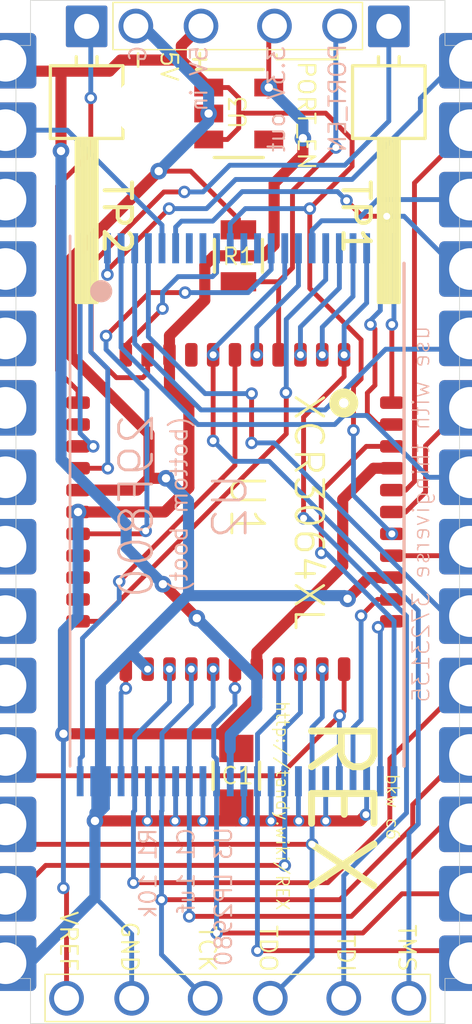
<source format=kicad_pcb>
(kicad_pcb (version 20171130) (host pcbnew 5.1.2-f72e74a~84~ubuntu19.04.1)

  (general
    (thickness 1.6)
    (drawings 72)
    (tracks 507)
    (zones 0)
    (modules 10)
    (nets 42)
  )

  (page A4)
  (layers
    (0 Top signal hide)
    (31 Bottom signal)
    (32 B.Adhes user hide)
    (33 F.Adhes user hide)
    (34 B.Paste user hide)
    (35 F.Paste user hide)
    (36 B.SilkS user)
    (37 F.SilkS user hide)
    (38 B.Mask user hide)
    (39 F.Mask user hide)
    (40 Dwgs.User user hide)
    (41 Cmts.User user hide)
    (42 Eco1.User user hide)
    (43 Eco2.User user hide)
    (44 Edge.Cuts user)
    (45 Margin user hide)
    (46 B.CrtYd user hide)
    (47 F.CrtYd user hide)
    (48 B.Fab user hide)
    (49 F.Fab user hide)
  )

  (setup
    (last_trace_width 0.1778)
    (user_trace_width 0.1778)
    (user_trace_width 0.3048)
    (user_trace_width 0.4064)
    (trace_clearance 0.1778)
    (zone_clearance 0.508)
    (zone_45_only no)
    (trace_min 0.1778)
    (via_size 0.4572)
    (via_drill 0.3048)
    (via_min_size 0.381)
    (via_min_drill 0.254)
    (user_via 0.4572 0.254)
    (user_via 0.6096 0.3048)
    (uvia_size 0.3)
    (uvia_drill 0.1)
    (uvias_allowed no)
    (uvia_min_size 0.2)
    (uvia_min_drill 0.1)
    (edge_width 0.0254)
    (segment_width 0.2032)
    (pcb_text_width 0.254)
    (pcb_text_size 1.2192 1.2192)
    (mod_edge_width 0.0254)
    (mod_text_size 0.4572 0.4572)
    (mod_text_width 0.0254)
    (pad_size 1.905 2.032)
    (pad_drill 1.524)
    (pad_to_mask_clearance 0)
    (aux_axis_origin 0 0)
    (grid_origin 147.2184 99.187)
    (visible_elements FFFFFF7F)
    (pcbplotparams
      (layerselection 0x010fc_ffffffff)
      (usegerberextensions false)
      (usegerberattributes false)
      (usegerberadvancedattributes false)
      (creategerberjobfile false)
      (excludeedgelayer true)
      (linewidth 0.100000)
      (plotframeref false)
      (viasonmask false)
      (mode 1)
      (useauxorigin false)
      (hpglpennumber 1)
      (hpglpenspeed 20)
      (hpglpendiameter 15.000000)
      (psnegative false)
      (psa4output false)
      (plotreference true)
      (plotvalue true)
      (plotinvisibletext false)
      (padsonsilk false)
      (subtractmaskfromsilk false)
      (outputformat 1)
      (mirror false)
      (drillshape 1)
      (scaleselection 1)
      (outputdirectory ""))
  )

  (net 0 "")
  (net 1 GND)
  (net 2 +3V3)
  (net 3 /LVA17)
  (net 4 /LVA0)
  (net 5 /AD7)
  (net 6 /AD6)
  (net 7 /AD5)
  (net 8 /AD4)
  (net 9 /+5)
  (net 10 /AD3)
  (net 11 /AD2)
  (net 12 /AD1)
  (net 13 /AD0)
  (net 14 /LVA1)
  (net 15 /LVA2)
  (net 16 /LVA3)
  (net 17 /LVA4)
  (net 18 /LVA5)
  (net 19 /LVA6)
  (net 20 /LVA7)
  (net 21 /A8)
  (net 22 /LVA18)
  (net 23 /LVA19)
  (net 24 /A9)
  (net 25 /A10)
  (net 26 /A11)
  (net 27 /A12)
  (net 28 /A13)
  (net 29 /A14)
  (net 30 /LVA15)
  (net 31 /LVA16)
  (net 32 /PORT_EN)
  (net 33 /ALE)
  (net 34 /TP2)
  (net 35 /TP1)
  (net 36 /~RD)
  (net 37 /~CS)
  (net 38 /~WE)
  (net 39 /RY_BY)
  (net 40 /~CE)
  (net 41 /~OE)

  (net_class Default "This is the default net class."
    (clearance 0.1778)
    (trace_width 0.1778)
    (via_dia 0.4572)
    (via_drill 0.3048)
    (uvia_dia 0.3)
    (uvia_drill 0.1)
    (add_net +3V3)
    (add_net /+5)
    (add_net /A10)
    (add_net /A11)
    (add_net /A12)
    (add_net /A13)
    (add_net /A14)
    (add_net /A8)
    (add_net /A9)
    (add_net /AD0)
    (add_net /AD1)
    (add_net /AD2)
    (add_net /AD3)
    (add_net /AD4)
    (add_net /AD5)
    (add_net /AD6)
    (add_net /AD7)
    (add_net /ALE)
    (add_net /LVA0)
    (add_net /LVA1)
    (add_net /LVA15)
    (add_net /LVA16)
    (add_net /LVA17)
    (add_net /LVA18)
    (add_net /LVA19)
    (add_net /LVA2)
    (add_net /LVA3)
    (add_net /LVA4)
    (add_net /LVA5)
    (add_net /LVA6)
    (add_net /LVA7)
    (add_net /PORT_EN)
    (add_net /RY_BY)
    (add_net /TP1)
    (add_net /TP2)
    (add_net /~CE)
    (add_net /~CS)
    (add_net /~OE)
    (add_net /~RD)
    (add_net /~WE)
    (add_net GND)
  )

  (module 000_LOCAL:1x6_jamb_inline (layer Top) (tedit 5D259E17) (tstamp 5D255940)
    (at 147.2184 116.9797)
    (descr "6 pin jamb connector, in-line offsets")
    (path /5D38CEC5)
    (solder_mask_margin -0.17272)
    (fp_text reference J2 (at -1.3462 -1.8288 -180) (layer Dwgs.User)
      (effects (font (size 1.2065 1.2065) (thickness 0.127)) (justify right bottom))
    )
    (fp_text value JTAG (at 0 2.54 unlocked) (layer F.Fab)
      (effects (font (size 1.2065 1.2065) (thickness 0.1016)) (justify bottom))
    )
    (fp_poly (pts (xy -6.6675 -0.3175) (xy -6.6675 0.3175) (xy -6.0325 0.3175) (xy -6.0325 -0.3175)) (layer Dwgs.User) (width 0))
    (fp_poly (pts (xy -4.1275 -0.3175) (xy -4.1275 0.3175) (xy -3.4925 0.3175) (xy -3.4925 -0.3175)) (layer Dwgs.User) (width 0))
    (fp_poly (pts (xy 6.0325 -0.3175) (xy 6.0325 0.3175) (xy 6.6675 0.3175) (xy 6.6675 -0.3175)) (layer Dwgs.User) (width 0))
    (fp_poly (pts (xy 3.4925 -0.3175) (xy 3.4925 0.3175) (xy 4.1275 0.3175) (xy 4.1275 -0.3175)) (layer Dwgs.User) (width 0))
    (fp_poly (pts (xy 0.9525 -0.3175) (xy 0.9525 0.3175) (xy 1.5875 0.3175) (xy 1.5875 -0.3175)) (layer Dwgs.User) (width 0))
    (fp_poly (pts (xy -1.5875 -0.3175) (xy -1.5875 0.3175) (xy -0.9525 0.3175) (xy -0.9525 -0.3175)) (layer Dwgs.User) (width 0))
    (pad 1 thru_hole circle (at -6.2738 0) (size 1.27 1.27) (drill 0.9144) (layers *.Cu *.Mask)
      (net 2 +3V3))
    (pad 2 thru_hole circle (at -3.8862 0) (size 1.27 1.27) (drill 0.9144) (layers *.Cu *.Mask)
      (net 1 GND))
    (pad 3 thru_hole circle (at -1.1938 0) (size 1.27 1.27) (drill 0.9144) (layers *.Cu *.Mask)
      (net 6 /AD6))
    (pad 4 thru_hole circle (at 1.1938 0) (size 1.27 1.27) (drill 0.9144) (layers *.Cu *.Mask)
      (net 12 /AD1))
    (pad 5 thru_hole circle (at 3.8862 0) (size 1.27 1.27) (drill 0.9144) (layers *.Cu *.Mask)
      (net 17 /LVA4))
    (pad 6 thru_hole circle (at 6.2738 0) (size 1.27 1.27) (drill 0.9144) (layers *.Cu *.Mask)
      (net 23 /LVA19))
  )

  (module 000_LOCAL:1x4_jamb_inline (layer Top) (tedit 5D259D60) (tstamp 5D255949)
    (at 147.2184 81.407)
    (descr "jamb connector, 4 pin, in-line")
    (path /5D265CE5)
    (solder_mask_margin -0.17272)
    (fp_text reference J3 (at -1.3462 -1.8288 -180) (layer Dwgs.User)
      (effects (font (size 1.2065 1.2065) (thickness 0.127)) (justify right bottom))
    )
    (fp_text value PRG (at 0.0254 2.54 unlocked) (layer F.Fab)
      (effects (font (size 1.2065 1.2065) (thickness 0.1016)) (justify bottom))
    )
    (fp_poly (pts (xy 0.9525 -0.3175) (xy 0.9525 0.3175) (xy 1.5875 0.3175) (xy 1.5875 -0.3175)) (layer Dwgs.User) (width 0.000254))
    (fp_poly (pts (xy -1.5875 -0.3175) (xy -1.5875 0.3175) (xy -0.9525 0.3175) (xy -0.9525 -0.3175)) (layer Dwgs.User) (width 0.000254))
    (fp_poly (pts (xy 3.4925 -0.3175) (xy 3.4925 0.3175) (xy 4.1275 0.3175) (xy 4.1275 -0.3175)) (layer Dwgs.User) (width 0.000254))
    (fp_poly (pts (xy -4.1275 -0.3175) (xy -4.1275 0.3175) (xy -3.4925 0.3175) (xy -3.4925 -0.3175)) (layer Dwgs.User) (width 0.000254))
    (pad 4 thru_hole circle (at 3.7338 0) (size 1.27 1.27) (drill 0.9144) (layers *.Cu *.Mask)
      (net 32 /PORT_EN))
    (pad 3 thru_hole circle (at 1.3462 0) (size 1.27 1.27) (drill 0.9144) (layers *.Cu *.Mask)
      (net 2 +3V3))
    (pad 2 thru_hole circle (at -1.3462 0) (size 1.27 1.27) (drill 0.9144) (layers *.Cu *.Mask)
      (net 9 /+5))
    (pad 1 thru_hole circle (at -3.7338 0) (size 1.27 1.27) (drill 0.9144) (layers *.Cu *.Mask)
      (net 1 GND))
  )

  (module 000_LOCAL:Molex_50-39-5288 (layer Top) (tedit 5D259223) (tstamp 5D2569EB)
    (at 147.2184 99.187)
    (descr "28-lead though-hole mounted DIP package, row spacing 15.24 mm (600 mils), LongPads")
    (tags "THT DIP DIL PDIP 2.54mm 15.24mm 600mil LongPads")
    (path /5D27638E)
    (fp_text reference J1 (at 7.6454 15.5194 -90) (layer Dwgs.User) hide
      (effects (font (size 1.2065 1.2065) (thickness 0.127)) (justify left bottom))
    )
    (fp_text value Molex_DIP28_edge_contacts (at 10.7061 7.6327 -90) (layer F.Fab) hide
      (effects (font (size 1.2065 1.2065) (thickness 0.1016)) (justify left bottom))
    )
    (fp_text user "not the actual final dimansions in some places." (at 10.39 -6.97) (layer Dwgs.User)
      (effects (font (size 0.8128 0.8128) (thickness 0.0762)))
    )
    (fp_text user "including allowance for 0.034\" mill radius," (at 8.8011 -8.3312) (layer Dwgs.User)
      (effects (font (size 0.8128 0.8128) (thickness 0.0762)))
    )
    (fp_text user "Edge cuts reflect the necessary router path," (at 9.12 -9.79) (layer Dwgs.User)
      (effects (font (size 0.8128 0.8128) (thickness 0.0762)))
    )
    (fp_text user "May delete NPTH mechanical polarity hole." (at 8.3312 -15.2146) (layer Eco1.User)
      (effects (font (size 0.8128 0.8128) (thickness 0.0762)))
    )
    (fp_text user "Eco1.User is Edge.Cuts for use without carrier." (at 8.3312 -16.5862) (layer Eco1.User)
      (effects (font (size 0.8128 0.8128) (thickness 0.0762)))
    )
    (fp_line (start -8.128 -19.05) (end -0.762 -19.05) (layer Eco1.User) (width 0.0254))
    (fp_arc (start 8.4582 -17.9324) (end 7.5946 -17.9324) (angle -90) (layer Dwgs.User) (width 0.00508))
    (fp_arc (start -8.4582 -17.9324) (end -8.4582 -17.0688) (angle -90) (layer Dwgs.User) (width 0.00508))
    (fp_arc (start 8.4582 17.9324) (end 8.4582 17.0688) (angle -90) (layer Dwgs.User) (width 0.00508))
    (fp_arc (start -8.4582 17.9324) (end -7.5946 17.9324) (angle -90) (layer Dwgs.User) (width 0.00508))
    (fp_text user "Eco2.User is Edge.Cuts for use with thingiverse.com/thing:3723135" (at 8.8138 -12.0396) (layer Eco2.User)
      (effects (font (size 0.8128 0.8128) (thickness 0.0762)))
    )
    (fp_line (start -8.128 -17.0688) (end -8.128 17.0688) (layer Eco2.User) (width 0.01))
    (fp_line (start 7.5946 -18.7198) (end -7.5946 -18.7198) (layer Eco2.User) (width 0.01))
    (fp_line (start 8.128 17.0688) (end 8.128 -17.0688) (layer Eco2.User) (width 0.01))
    (fp_line (start -7.5946 18.7198) (end 7.5946 18.7198) (layer Eco2.User) (width 0.01))
    (fp_line (start -7.5946 17.0688) (end -8.128 17.0688) (layer Eco2.User) (width 0.01))
    (fp_line (start -7.5946 18.7198) (end -7.5946 17.0688) (layer Eco2.User) (width 0.01))
    (fp_line (start 7.5946 17.0688) (end 8.128 17.0688) (layer Eco2.User) (width 0.01))
    (fp_line (start 7.5946 18.7198) (end 7.5946 17.0688) (layer Eco2.User) (width 0.01))
    (fp_line (start 7.5946 -17.0688) (end 8.128 -17.0688) (layer Eco2.User) (width 0.01))
    (fp_line (start 7.5946 -18.7198) (end 7.5946 -17.0688) (layer Eco2.User) (width 0.01))
    (fp_line (start -7.5946 -17.0688) (end -8.128 -17.0688) (layer Eco2.User) (width 0.01))
    (fp_line (start -7.5946 -18.7198) (end -7.5946 -17.0688) (layer Eco2.User) (width 0.01))
    (fp_line (start -8.128 19.05) (end 8.128 -19.05) (layer Dwgs.User) (width 0.01))
    (fp_line (start -8.128 -19.05) (end 8.128 19.05) (layer Dwgs.User) (width 0.01))
    (fp_line (start 8.128 19.05) (end 8.128 -19.05) (layer Eco1.User) (width 0.0254))
    (fp_line (start -8.128 19.05) (end -8.128 -19.05) (layer Eco1.User) (width 0.0254))
    (fp_arc (start 1.6256 -19.9136) (end 0.762 -19.9136) (angle -90) (layer Dwgs.User) (width 0.00508))
    (fp_arc (start -1.6256 -19.9136) (end -1.6256 -19.05) (angle -90) (layer Dwgs.User) (width 0.00508))
    (fp_arc (start 2.1717 19.9136) (end 3.0353 19.9136) (angle -90) (layer Dwgs.User) (width 0.00508))
    (fp_arc (start 5.4229 19.9136) (end 5.4229 19.05) (angle -90) (layer Dwgs.User) (width 0.00508))
    (fp_arc (start -2.1717 19.9136) (end -2.1717 19.05) (angle -90) (layer Dwgs.User) (width 0.00508))
    (fp_arc (start -5.4229 19.9136) (end -4.5593 19.9136) (angle -90) (layer Dwgs.User) (width 0.00508))
    (fp_line (start 3.0353 19.05) (end -3.0353 19.05) (layer Eco1.User) (width 0.0254))
    (fp_line (start 3.0353 21.59) (end 3.0353 19.05) (layer Eco1.User) (width 0.0254))
    (fp_line (start 4.5593 21.59) (end 3.0353 21.59) (layer Eco1.User) (width 0.0254))
    (fp_line (start 4.5593 19.05) (end 4.5593 21.59) (layer Eco1.User) (width 0.0254))
    (fp_line (start -3.0353 21.59) (end -3.0353 19.05) (layer Eco1.User) (width 0.0254))
    (fp_line (start -4.5593 21.59) (end -3.0353 21.59) (layer Eco1.User) (width 0.0254))
    (fp_line (start -4.5593 19.05) (end -4.5593 21.59) (layer Eco1.User) (width 0.0254))
    (fp_line (start 0.762 -21.59) (end 0.762 -19.05) (layer Eco1.User) (width 0.0254))
    (fp_line (start -0.762 -21.59) (end 0.762 -21.59) (layer Eco1.User) (width 0.0254))
    (fp_line (start -0.762 -19.05) (end -0.762 -21.59) (layer Eco1.User) (width 0.0254))
    (fp_arc (start -4.699 -19.05) (end -5.842 -19.05) (angle -180) (layer Dwgs.User) (width 0.0254))
    (fp_line (start 0.762 -19.05) (end 8.128 -19.05) (layer Eco1.User) (width 0.0254))
    (fp_line (start -4.5593 19.05) (end -8.128 19.05) (layer Eco1.User) (width 0.0254))
    (fp_line (start 8.128 19.05) (end 4.5593 19.05) (layer Eco1.User) (width 0.0254))
    (pad "" np_thru_hole circle (at -3.3909 -14.8209) (size 2.2352 2.2352) (drill 2.2352) (layers *.Cu *.Mask))
    (pad 1 thru_hole roundrect (at -8.509 -16.51) (size 1.905 2.032) (drill 1.524 (offset 0.1778 0)) (layers *.Cu *.Mask) (roundrect_rratio 0.1)
      (net 9 /+5) (solder_mask_margin -0.3556))
    (pad 15 thru_hole roundrect (at 8.509 16.51 180) (size 1.905 2.032) (drill 1.524 (offset 0.1778 0)) (layers *.Cu *.Mask) (roundrect_rratio 0.1)
      (net 10 /AD3) (solder_mask_margin -0.3556))
    (pad 2 thru_hole roundrect (at -8.509 -13.97) (size 1.905 2.032) (drill 1.524 (offset 0.1778 0)) (layers *.Cu *.Mask) (roundrect_rratio 0.1)
      (net 25 /A10) (solder_mask_margin -0.3556))
    (pad 16 thru_hole roundrect (at 8.509 13.97 180) (size 1.905 2.032) (drill 1.524 (offset 0.1778 0)) (layers *.Cu *.Mask) (roundrect_rratio 0.1)
      (net 8 /AD4) (solder_mask_margin -0.3556))
    (pad 3 thru_hole roundrect (at -8.509 -11.43) (size 1.905 2.032) (drill 1.524 (offset 0.1778 0)) (layers *.Cu *.Mask) (roundrect_rratio 0.1)
      (solder_mask_margin -0.3556))
    (pad 17 thru_hole roundrect (at 8.509 11.43 180) (size 1.905 2.032) (drill 1.524 (offset 0.1778 0)) (layers *.Cu *.Mask) (roundrect_rratio 0.1)
      (net 7 /AD5) (solder_mask_margin -0.3556))
    (pad 4 thru_hole roundrect (at -8.509 -8.89) (size 1.905 2.032) (drill 1.524 (offset 0.1778 0)) (layers *.Cu *.Mask) (roundrect_rratio 0.1)
      (solder_mask_margin -0.3556))
    (pad 18 thru_hole roundrect (at 8.509 8.89 180) (size 1.905 2.032) (drill 1.524 (offset 0.1778 0)) (layers *.Cu *.Mask) (roundrect_rratio 0.1)
      (net 6 /AD6) (solder_mask_margin -0.3556))
    (pad 5 thru_hole roundrect (at -8.509 -6.35) (size 1.905 2.032) (drill 1.524 (offset 0.1778 0)) (layers *.Cu *.Mask) (roundrect_rratio 0.1)
      (solder_mask_margin -0.3556))
    (pad 19 thru_hole roundrect (at 8.509 6.35 180) (size 1.905 2.032) (drill 1.524 (offset 0.1778 0)) (layers *.Cu *.Mask) (roundrect_rratio 0.1)
      (net 5 /AD7) (solder_mask_margin -0.3556))
    (pad 6 thru_hole roundrect (at -8.509 -3.81) (size 1.905 2.032) (drill 1.524 (offset 0.1778 0)) (layers *.Cu *.Mask) (roundrect_rratio 0.1)
      (solder_mask_margin -0.3556))
    (pad 20 thru_hole roundrect (at 8.509 3.81 180) (size 1.905 2.032) (drill 1.524 (offset 0.1778 0)) (layers *.Cu *.Mask) (roundrect_rratio 0.1)
      (net 26 /A11) (solder_mask_margin -0.3556))
    (pad 7 thru_hole roundrect (at -8.509 -1.27) (size 1.905 2.032) (drill 1.524 (offset 0.1778 0)) (layers *.Cu *.Mask) (roundrect_rratio 0.1)
      (solder_mask_margin -0.3556))
    (pad 21 thru_hole roundrect (at 8.509 1.27 180) (size 1.905 2.032) (drill 1.524 (offset 0.1778 0)) (layers *.Cu *.Mask) (roundrect_rratio 0.1)
      (net 36 /~RD) (solder_mask_margin -0.3556))
    (pad 8 thru_hole roundrect (at -8.509 1.27) (size 1.905 2.032) (drill 1.524 (offset 0.1778 0)) (layers *.Cu *.Mask) (roundrect_rratio 0.1)
      (solder_mask_margin -0.3556))
    (pad 22 thru_hole roundrect (at 8.509 -1.27 180) (size 1.905 2.032) (drill 1.524 (offset 0.1778 0)) (layers *.Cu *.Mask) (roundrect_rratio 0.1)
      (net 28 /A13) (solder_mask_margin -0.3556))
    (pad 9 thru_hole roundrect (at -8.509 3.81) (size 1.905 2.032) (drill 1.524 (offset 0.1778 0)) (layers *.Cu *.Mask) (roundrect_rratio 0.1)
      (solder_mask_margin -0.3556))
    (pad 23 thru_hole roundrect (at 8.509 -3.81 180) (size 1.905 2.032) (drill 1.524 (offset 0.1778 0)) (layers *.Cu *.Mask) (roundrect_rratio 0.1)
      (net 33 /ALE) (solder_mask_margin -0.3556))
    (pad 10 thru_hole roundrect (at -8.509 6.35) (size 1.905 2.032) (drill 1.524 (offset 0.1778 0)) (layers *.Cu *.Mask) (roundrect_rratio 0.1)
      (solder_mask_margin -0.3556))
    (pad 24 thru_hole roundrect (at 8.509 -6.35 180) (size 1.905 2.032) (drill 1.524 (offset 0.1778 0)) (layers *.Cu *.Mask) (roundrect_rratio 0.1)
      (net 27 /A12) (solder_mask_margin -0.3556))
    (pad 11 thru_hole roundrect (at -8.509 8.89) (size 1.905 2.032) (drill 1.524 (offset 0.1778 0)) (layers *.Cu *.Mask) (roundrect_rratio 0.1)
      (net 13 /AD0) (solder_mask_margin -0.3556))
    (pad 25 thru_hole roundrect (at 8.509 -8.89 180) (size 1.905 2.032) (drill 1.524 (offset 0.1778 0)) (layers *.Cu *.Mask) (roundrect_rratio 0.1)
      (net 24 /A9) (solder_mask_margin -0.3556))
    (pad 12 thru_hole roundrect (at -8.509 11.43) (size 1.905 2.032) (drill 1.524 (offset 0.1778 0)) (layers *.Cu *.Mask) (roundrect_rratio 0.1)
      (net 12 /AD1) (solder_mask_margin -0.3556))
    (pad 26 thru_hole roundrect (at 8.509 -11.43 180) (size 1.905 2.032) (drill 1.524 (offset 0.1778 0)) (layers *.Cu *.Mask) (roundrect_rratio 0.1)
      (net 21 /A8) (solder_mask_margin -0.3556))
    (pad 13 thru_hole roundrect (at -8.509 13.97) (size 1.905 2.032) (drill 1.524 (offset 0.1778 0)) (layers *.Cu *.Mask) (roundrect_rratio 0.1)
      (net 11 /AD2) (solder_mask_margin -0.3556))
    (pad 27 thru_hole roundrect (at 8.509 -13.97 180) (size 1.905 2.032) (drill 1.524 (offset 0.1778 0)) (layers *.Cu *.Mask) (roundrect_rratio 0.1)
      (net 37 /~CS) (solder_mask_margin -0.3556))
    (pad 14 thru_hole roundrect (at -8.509 16.51) (size 1.905 2.032) (drill 1.524 (offset 0.1778 0)) (layers *.Cu *.Mask) (roundrect_rratio 0.1)
      (net 1 GND) (solder_mask_margin -0.3556))
    (pad 28 thru_hole roundrect (at 8.509 -16.51 180) (size 1.905 2.032) (drill 1.524 (offset 0.1778 0)) (layers *.Cu *.Mask) (roundrect_rratio 0.1)
      (net 29 /A14) (solder_mask_margin -0.3556))
    (model ${KIPRJMOD}/Molex_socket_pcb_carrier.step
      (offset (xyz 0 0 -4.1656))
      (scale (xyz 1 1 1))
      (rotate (xyz 0 0 -90))
    )
  )

  (module 000_LOCAL:1x1_pin_h (layer Top) (tedit 5D2564BC) (tstamp 5D25596D)
    (at 152.7556 81.4197 270)
    (descr "Through hole angled pin header, 1x01, 2.54mm pitch, 6mm pin length, single row")
    (tags "Through hole angled pin header THT 1x01 2.54mm single row")
    (path /E5F42BB8)
    (fp_text reference TP1 (at 6.9723 1.2065 270 unlocked) (layer F.SilkS)
      (effects (font (size 1 1) (thickness 0.15)))
    )
    (fp_text value PINHD-1X1 (at 4.31 3.16 90) (layer F.Fab)
      (effects (font (size 1 1) (thickness 0.15)))
    )
    (fp_line (start 2.135 -1.27) (end 4.04 -1.27) (layer F.Fab) (width 0.1))
    (fp_line (start 4.04 -1.27) (end 4.04 1.27) (layer F.Fab) (width 0.1))
    (fp_line (start 4.04 1.27) (end 1.5 1.27) (layer F.Fab) (width 0.1))
    (fp_line (start 1.5 1.27) (end 1.5 -0.635) (layer F.Fab) (width 0.1))
    (fp_line (start 1.5 -0.635) (end 2.135 -1.27) (layer F.Fab) (width 0.1))
    (fp_line (start -0.32 -0.32) (end 1.5 -0.32) (layer F.Fab) (width 0.1))
    (fp_line (start -0.32 -0.32) (end -0.32 0.32) (layer F.Fab) (width 0.1))
    (fp_line (start -0.32 0.32) (end 1.5 0.32) (layer F.Fab) (width 0.1))
    (fp_line (start 4.04 -0.32) (end 10.04 -0.32) (layer F.Fab) (width 0.1))
    (fp_line (start 10.04 -0.32) (end 10.04 0.32) (layer F.Fab) (width 0.1))
    (fp_line (start 4.04 0.32) (end 10.04 0.32) (layer F.Fab) (width 0.1))
    (fp_line (start 1.44 -1.33) (end 1.44 1.33) (layer F.SilkS) (width 0.12))
    (fp_line (start 1.44 1.33) (end 4.1 1.33) (layer F.SilkS) (width 0.12))
    (fp_line (start 4.1 1.33) (end 4.1 -1.33) (layer F.SilkS) (width 0.12))
    (fp_line (start 4.1 -1.33) (end 1.44 -1.33) (layer F.SilkS) (width 0.12))
    (fp_line (start 4.1 -0.38) (end 10.1 -0.38) (layer F.SilkS) (width 0.12))
    (fp_line (start 10.1 -0.38) (end 10.1 0.38) (layer F.SilkS) (width 0.12))
    (fp_line (start 10.1 0.38) (end 4.1 0.38) (layer F.SilkS) (width 0.12))
    (fp_line (start 4.1 -0.32) (end 10.1 -0.32) (layer F.SilkS) (width 0.12))
    (fp_line (start 4.1 -0.2) (end 10.1 -0.2) (layer F.SilkS) (width 0.12))
    (fp_line (start 4.1 -0.08) (end 10.1 -0.08) (layer F.SilkS) (width 0.12))
    (fp_line (start 4.1 0.04) (end 10.1 0.04) (layer F.SilkS) (width 0.12))
    (fp_line (start 4.1 0.16) (end 10.1 0.16) (layer F.SilkS) (width 0.12))
    (fp_line (start 4.1 0.28) (end 10.1 0.28) (layer F.SilkS) (width 0.12))
    (fp_line (start 1.11 -0.38) (end 1.44 -0.38) (layer F.SilkS) (width 0.12))
    (fp_line (start 1.11 0.38) (end 1.44 0.38) (layer F.SilkS) (width 0.12))
    (fp_line (start -1.8 -1.8) (end -1.8 1.8) (layer F.CrtYd) (width 0.05))
    (fp_line (start -1.8 1.8) (end 10.55 1.8) (layer F.CrtYd) (width 0.05))
    (fp_line (start 10.55 1.8) (end 10.55 -1.8) (layer F.CrtYd) (width 0.05))
    (fp_line (start 10.55 -1.8) (end -1.8 -1.8) (layer F.CrtYd) (width 0.05))
    (fp_text user %R (at 2.77 0) (layer F.Fab)
      (effects (font (size 1 1) (thickness 0.15)))
    )
    (pad 1 thru_hole roundrect (at 0 0 270) (size 1.524 1.524) (drill 0.9144) (layers *.Cu *.Mask) (roundrect_rratio 0.05)
      (net 35 /TP1))
    (model ${KISYS3DMOD}/Connector_PinHeader_2.54mm.3dshapes/PinHeader_1x01_P2.54mm_Horizontal.step
      (at (xyz 0 0 0))
      (scale (xyz 1 1 1))
      (rotate (xyz 0 0 0))
    )
  )

  (module 000_LOCAL:1x1_pin_h (layer Top) (tedit 5D2564BC) (tstamp 5D255991)
    (at 141.6812 81.4197 270)
    (descr "Through hole angled pin header, 1x01, 2.54mm pitch, 6mm pin length, single row")
    (tags "Through hole angled pin header THT 1x01 2.54mm single row")
    (path /93FB0C53)
    (fp_text reference TP2 (at 6.9723 -1.1176 270 unlocked) (layer F.SilkS)
      (effects (font (size 1 1) (thickness 0.15)))
    )
    (fp_text value PINHD-1X1 (at 4.31 3.16 90) (layer F.Fab)
      (effects (font (size 1 1) (thickness 0.15)))
    )
    (fp_line (start 2.135 -1.27) (end 4.04 -1.27) (layer F.Fab) (width 0.1))
    (fp_line (start 4.04 -1.27) (end 4.04 1.27) (layer F.Fab) (width 0.1))
    (fp_line (start 4.04 1.27) (end 1.5 1.27) (layer F.Fab) (width 0.1))
    (fp_line (start 1.5 1.27) (end 1.5 -0.635) (layer F.Fab) (width 0.1))
    (fp_line (start 1.5 -0.635) (end 2.135 -1.27) (layer F.Fab) (width 0.1))
    (fp_line (start -0.32 -0.32) (end 1.5 -0.32) (layer F.Fab) (width 0.1))
    (fp_line (start -0.32 -0.32) (end -0.32 0.32) (layer F.Fab) (width 0.1))
    (fp_line (start -0.32 0.32) (end 1.5 0.32) (layer F.Fab) (width 0.1))
    (fp_line (start 4.04 -0.32) (end 10.04 -0.32) (layer F.Fab) (width 0.1))
    (fp_line (start 10.04 -0.32) (end 10.04 0.32) (layer F.Fab) (width 0.1))
    (fp_line (start 4.04 0.32) (end 10.04 0.32) (layer F.Fab) (width 0.1))
    (fp_line (start 1.44 -1.33) (end 1.44 1.33) (layer F.SilkS) (width 0.12))
    (fp_line (start 1.44 1.33) (end 4.1 1.33) (layer F.SilkS) (width 0.12))
    (fp_line (start 4.1 1.33) (end 4.1 -1.33) (layer F.SilkS) (width 0.12))
    (fp_line (start 4.1 -1.33) (end 1.44 -1.33) (layer F.SilkS) (width 0.12))
    (fp_line (start 4.1 -0.38) (end 10.1 -0.38) (layer F.SilkS) (width 0.12))
    (fp_line (start 10.1 -0.38) (end 10.1 0.38) (layer F.SilkS) (width 0.12))
    (fp_line (start 10.1 0.38) (end 4.1 0.38) (layer F.SilkS) (width 0.12))
    (fp_line (start 4.1 -0.32) (end 10.1 -0.32) (layer F.SilkS) (width 0.12))
    (fp_line (start 4.1 -0.2) (end 10.1 -0.2) (layer F.SilkS) (width 0.12))
    (fp_line (start 4.1 -0.08) (end 10.1 -0.08) (layer F.SilkS) (width 0.12))
    (fp_line (start 4.1 0.04) (end 10.1 0.04) (layer F.SilkS) (width 0.12))
    (fp_line (start 4.1 0.16) (end 10.1 0.16) (layer F.SilkS) (width 0.12))
    (fp_line (start 4.1 0.28) (end 10.1 0.28) (layer F.SilkS) (width 0.12))
    (fp_line (start 1.11 -0.38) (end 1.44 -0.38) (layer F.SilkS) (width 0.12))
    (fp_line (start 1.11 0.38) (end 1.44 0.38) (layer F.SilkS) (width 0.12))
    (fp_line (start -1.8 -1.8) (end -1.8 1.8) (layer F.CrtYd) (width 0.05))
    (fp_line (start -1.8 1.8) (end 10.55 1.8) (layer F.CrtYd) (width 0.05))
    (fp_line (start 10.55 1.8) (end 10.55 -1.8) (layer F.CrtYd) (width 0.05))
    (fp_line (start 10.55 -1.8) (end -1.8 -1.8) (layer F.CrtYd) (width 0.05))
    (fp_text user %R (at 2.77 0) (layer F.Fab)
      (effects (font (size 1 1) (thickness 0.15)))
    )
    (pad 1 thru_hole roundrect (at 0 0 270) (size 1.524 1.524) (drill 0.9144) (layers *.Cu *.Mask) (roundrect_rratio 0.05)
      (net 34 /TP2))
    (model ${KISYS3DMOD}/Connector_PinHeader_2.54mm.3dshapes/PinHeader_1x01_P2.54mm_Horizontal.step
      (at (xyz 0 0 0))
      (scale (xyz 1 1 1))
      (rotate (xyz 0 0 0))
    )
  )

  (module 000_LOCAL:TSOP-48 locked (layer Bottom) (tedit 5D25256D) (tstamp 5D09E59B)
    (at 147.193 99.2886 270)
    (descr "TSOP I, 32 pins, 18.4x8mm body (https://www.micron.com/~/media/documents/products/technical-note/nor-flash/tn1225_land_pad_design.pdf)")
    (tags "TSOP I 32")
    (path /5D294874)
    (attr smd)
    (fp_text reference U2 (at -1.58496 -0.44958 90) (layer B.SilkS)
      (effects (font (size 1.2065 1.2065) (thickness 0.1016)) (justify left bottom mirror))
    )
    (fp_text value 29F800 (at -3.77698 2.97942 90) (layer B.SilkS)
      (effects (font (size 1.2065 1.2065) (thickness 0.1016)) (justify left bottom mirror))
    )
    (fp_circle (center -8.1788 4.9784) (end -7.9756 4.9784) (layer B.SilkS) (width 0.4064))
    (fp_line (start -8.2 6) (end 9.2 6) (layer B.Fab) (width 0.1))
    (fp_line (start -9.2 -6) (end -9.2 5) (layer B.Fab) (width 0.1))
    (fp_line (start 9.2 -6) (end -9.2 -6) (layer B.Fab) (width 0.1))
    (fp_line (start 9.2 6) (end 9.2 -6) (layer B.Fab) (width 0.1))
    (fp_text user %R (at 0 0 90) (layer B.Fab)
      (effects (font (size 1 1) (thickness 0.15)) (justify mirror))
    )
    (fp_line (start -8.2 6) (end -9.2 5) (layer B.Fab) (width 0.1))
    (fp_line (start 9.2 6.12) (end -10.2 6.12) (layer B.SilkS) (width 0.1))
    (fp_line (start -9.2 -6.12) (end 9.2 -6.12) (layer B.SilkS) (width 0.12))
    (fp_line (start -10.55 6.25) (end 10.55 6.25) (layer B.CrtYd) (width 0.05))
    (fp_line (start 10.55 6.25) (end 10.55 -6.25) (layer B.CrtYd) (width 0.05))
    (fp_line (start 10.55 -6.25) (end -10.55 -6.25) (layer B.CrtYd) (width 0.05))
    (fp_line (start -10.55 -6.25) (end -10.55 6.25) (layer B.CrtYd) (width 0.05))
    (pad 48 smd rect (at 9.75 5.75 270) (size 1.1 0.25) (layers Bottom B.Paste B.Mask)
      (net 3 /LVA17))
    (pad 47 smd rect (at 9.75 5.25 270) (size 1.1 0.25) (layers Bottom B.Paste B.Mask)
      (net 1 GND))
    (pad 46 smd rect (at 9.75 4.75 270) (size 1.1 0.25) (layers Bottom B.Paste B.Mask)
      (net 1 GND))
    (pad 45 smd rect (at 9.75 4.25 270) (size 1.1 0.25) (layers Bottom B.Paste B.Mask)
      (net 4 /LVA0))
    (pad 44 smd rect (at 9.75 3.75 270) (size 1.1 0.25) (layers Bottom B.Paste B.Mask)
      (net 5 /AD7))
    (pad 43 smd rect (at 9.75 3.25 270) (size 1.1 0.25) (layers Bottom B.Paste B.Mask)
      (net 1 GND))
    (pad 42 smd rect (at 9.75 2.75 270) (size 1.1 0.25) (layers Bottom B.Paste B.Mask)
      (net 6 /AD6))
    (pad 41 smd rect (at 9.75 2.25 270) (size 1.1 0.25) (layers Bottom B.Paste B.Mask)
      (net 1 GND))
    (pad 40 smd rect (at 9.75 1.75 270) (size 1.1 0.25) (layers Bottom B.Paste B.Mask)
      (net 7 /AD5))
    (pad 39 smd rect (at 9.75 1.25 270) (size 1.1 0.25) (layers Bottom B.Paste B.Mask)
      (net 1 GND))
    (pad 38 smd rect (at 9.75 0.75 270) (size 1.1 0.25) (layers Bottom B.Paste B.Mask)
      (net 8 /AD4))
    (pad 37 smd rect (at 9.75 0.25 270) (size 1.1 0.25) (layers Bottom B.Paste B.Mask)
      (net 9 /+5))
    (pad 36 smd rect (at 9.75 -0.25 270) (size 1.1 0.25) (layers Bottom B.Paste B.Mask)
      (net 1 GND))
    (pad 35 smd rect (at 9.75 -0.75 270) (size 1.1 0.25) (layers Bottom B.Paste B.Mask)
      (net 10 /AD3))
    (pad 34 smd rect (at 9.75 -1.25 270) (size 1.1 0.25) (layers Bottom B.Paste B.Mask)
      (net 1 GND))
    (pad 33 smd rect (at 9.75 -1.75 270) (size 1.1 0.25) (layers Bottom B.Paste B.Mask)
      (net 11 /AD2))
    (pad 32 smd rect (at 9.75 -2.25 270) (size 1.1 0.25) (layers Bottom B.Paste B.Mask)
      (net 1 GND))
    (pad 31 smd rect (at 9.75 -2.75 270) (size 1.1 0.25) (layers Bottom B.Paste B.Mask)
      (net 12 /AD1))
    (pad 30 smd rect (at 9.75 -3.25 270) (size 1.1 0.25) (layers Bottom B.Paste B.Mask)
      (net 1 GND))
    (pad 29 smd rect (at 9.75 -3.75 270) (size 1.1 0.25) (layers Bottom B.Paste B.Mask)
      (net 13 /AD0))
    (pad 28 smd rect (at 9.75 -4.25 270) (size 1.1 0.25) (layers Bottom B.Paste B.Mask)
      (net 41 /~OE))
    (pad 27 smd rect (at 9.75 -4.75 270) (size 1.1 0.25) (layers Bottom B.Paste B.Mask)
      (net 1 GND))
    (pad 26 smd rect (at 9.75 -5.25 270) (size 1.1 0.25) (layers Bottom B.Paste B.Mask)
      (net 40 /~CE))
    (pad 24 smd rect (at -9.75 -5.75 270) (size 1.1 0.25) (layers Bottom B.Paste B.Mask)
      (net 15 /LVA2))
    (pad 23 smd rect (at -9.75 -5.25 270) (size 1.1 0.25) (layers Bottom B.Paste B.Mask)
      (net 16 /LVA3))
    (pad 22 smd rect (at -9.75 -4.75 270) (size 1.1 0.25) (layers Bottom B.Paste B.Mask)
      (net 17 /LVA4))
    (pad 21 smd rect (at -9.75 -4.25 270) (size 1.1 0.25) (layers Bottom B.Paste B.Mask)
      (net 18 /LVA5))
    (pad 20 smd rect (at -9.75 -3.75 270) (size 1.1 0.25) (layers Bottom B.Paste B.Mask)
      (net 19 /LVA6))
    (pad 19 smd rect (at -9.75 -3.25 270) (size 1.1 0.25) (layers Bottom B.Paste B.Mask)
      (net 20 /LVA7))
    (pad 18 smd rect (at -9.75 -2.75 270) (size 1.1 0.25) (layers Bottom B.Paste B.Mask)
      (net 21 /A8))
    (pad 17 smd rect (at -9.75 -2.25 270) (size 1.1 0.25) (layers Bottom B.Paste B.Mask)
      (net 22 /LVA18))
    (pad 16 smd rect (at -9.75 -1.75 270) (size 1.1 0.25) (layers Bottom B.Paste B.Mask)
      (net 23 /LVA19))
    (pad 15 smd rect (at -9.75 -1.25 270) (size 1.1 0.25) (layers Bottom B.Paste B.Mask)
      (net 39 /RY_BY))
    (pad 14 smd rect (at -9.75 -0.75 270) (size 1.1 0.25) (layers Bottom B.Paste B.Mask))
    (pad 13 smd rect (at -9.75 -0.25 270) (size 1.1 0.25) (layers Bottom B.Paste B.Mask))
    (pad 12 smd rect (at -9.75 0.25 270) (size 1.1 0.25) (layers Bottom B.Paste B.Mask)
      (net 9 /+5))
    (pad 11 smd rect (at -9.75 0.75 270) (size 1.1 0.25) (layers Bottom B.Paste B.Mask)
      (net 38 /~WE))
    (pad 10 smd rect (at -9.75 1.25 270) (size 1.1 0.25) (layers Bottom B.Paste B.Mask))
    (pad 9 smd rect (at -9.75 1.75 270) (size 1.1 0.25) (layers Bottom B.Paste B.Mask))
    (pad 8 smd rect (at -9.75 2.25 270) (size 1.1 0.25) (layers Bottom B.Paste B.Mask)
      (net 24 /A9))
    (pad 7 smd rect (at -9.75 2.75 270) (size 1.1 0.25) (layers Bottom B.Paste B.Mask)
      (net 25 /A10))
    (pad 6 smd rect (at -9.75 3.25 270) (size 1.1 0.25) (layers Bottom B.Paste B.Mask)
      (net 26 /A11))
    (pad 5 smd rect (at -9.75 3.75 270) (size 1.1 0.25) (layers Bottom B.Paste B.Mask)
      (net 27 /A12))
    (pad 4 smd rect (at -9.75 4.25 270) (size 1.1 0.25) (layers Bottom B.Paste B.Mask)
      (net 28 /A13))
    (pad 3 smd rect (at -9.75 4.75 270) (size 1.1 0.25) (layers Bottom B.Paste B.Mask)
      (net 29 /A14))
    (pad 2 smd rect (at -9.75 5.25 270) (size 1.1 0.25) (layers Bottom B.Paste B.Mask)
      (net 30 /LVA15))
    (pad 25 smd rect (at 9.75 -5.75 270) (size 1.1 0.25) (layers Bottom B.Paste B.Mask)
      (net 14 /LVA1))
    (pad 1 smd rect (at -9.75 5.75 270) (size 1.1 0.25) (layers Bottom B.Paste B.Mask)
      (net 31 /LVA16))
    (model ${KISYS3DMOD}/Housings_SSOP.3dshapes/TSOP-I-48_18.4x12mm_Pitch0.5mm.wrl
      (at (xyz 0 0 0))
      (scale (xyz 1 1 1))
      (rotate (xyz 0 0 0))
    )
    (model ${KISYS3DMOD}/Package_SO.3dshapes/TSOP-I-48_12x18.4mm_P0.5mm.wrl
      (at (xyz 0 0 0))
      (scale (xyz 1 1 1))
      (rotate (xyz 0 0 0))
    )
  )

  (module 000_LOCAL:QFP44 locked (layer Top) (tedit 5D20F7C0) (tstamp 5D07EEA8)
    (at 147.1168 99.187 270)
    (path /5D2858A9)
    (attr smd)
    (fp_text reference U1 (at -1.4859 0.2667 270 unlocked) (layer F.SilkS)
      (effects (font (size 1.2065 1.2065) (thickness 0.1016)) (justify left bottom))
    )
    (fp_text value XCR3064XL-10VQ44 (at -8.1534 -8.9662 180) (layer Dwgs.User) hide
      (effects (font (size 1.2065 1.2065) (thickness 0.1016)) (justify left bottom))
    )
    (fp_text user %R (at 0 0 270) (layer F.Fab)
      (effects (font (size 1 1) (thickness 0.15)))
    )
    (fp_line (start 6 6) (end 6 -6) (layer F.Fab) (width 0.1))
    (fp_line (start -6 6) (end 6 6) (layer F.Fab) (width 0.1))
    (fp_line (start -6 -6) (end -6 6) (layer F.Fab) (width 0.1))
    (fp_line (start 6 -6) (end -6 -6) (layer F.Fab) (width 0.1))
    (fp_circle (center -3.9878 -3.9878) (end -3.8116 -3.9878) (layer F.SilkS) (width 0.3556))
    (fp_circle (center -5.715 -5.715) (end -5.715 -5.815) (layer F.Fab) (width 0.2))
    (fp_line (start -6.7 -6.7) (end 6.7 -6.7) (layer F.CrtYd) (width 0.1))
    (fp_line (start 6.7 -6.7) (end 6.7 6.7) (layer F.CrtYd) (width 0.1))
    (fp_line (start 6.7 6.7) (end -6.7 6.7) (layer F.CrtYd) (width 0.1))
    (fp_line (start -6.7 6.7) (end -6.7 -6.7) (layer F.CrtYd) (width 0.1))
    (pad 1 smd roundrect (at -5.75 -4) (size 0.4572 0.8636) (layers Top F.Paste F.Mask) (roundrect_rratio 0.25)
      (net 17 /LVA4))
    (pad 2 smd roundrect (at -5.75 -3.2) (size 0.4572 0.8636) (layers Top F.Paste F.Mask) (roundrect_rratio 0.25)
      (net 18 /LVA5))
    (pad 3 smd roundrect (at -5.75 -2.4) (size 0.4572 0.8636) (layers Top F.Paste F.Mask) (roundrect_rratio 0.25)
      (net 19 /LVA6))
    (pad 4 smd roundrect (at -5.75 -1.6) (size 0.4572 0.8636) (layers Top F.Paste F.Mask) (roundrect_rratio 0.25)
      (net 32 /PORT_EN))
    (pad 5 smd roundrect (at -5.75 -0.8) (size 0.4572 0.8636) (layers Top F.Paste F.Mask) (roundrect_rratio 0.25)
      (net 22 /LVA18))
    (pad 6 smd roundrect (at -5.75 0) (size 0.4572 0.8636) (layers Top F.Paste F.Mask) (roundrect_rratio 0.25)
      (net 3 /LVA17))
    (pad 7 smd roundrect (at -5.75 0.8) (size 0.4572 0.8636) (layers Top F.Paste F.Mask) (roundrect_rratio 0.25)
      (net 23 /LVA19))
    (pad 8 smd roundrect (at -5.75 1.6) (size 0.4572 0.8636) (layers Top F.Paste F.Mask) (roundrect_rratio 0.25))
    (pad 9 smd roundrect (at -5.75 2.4) (size 0.4572 0.8636) (layers Top F.Paste F.Mask) (roundrect_rratio 0.25)
      (net 2 +3V3))
    (pad 10 smd roundrect (at -5.75 3.2) (size 0.4572 0.8636) (layers Top F.Paste F.Mask) (roundrect_rratio 0.25)
      (net 35 /TP1))
    (pad 11 smd roundrect (at -5.75 4) (size 0.4572 0.8636) (layers Top F.Paste F.Mask) (roundrect_rratio 0.25)
      (net 38 /~WE))
    (pad 12 smd roundrect (at -4 5.75 270) (size 0.4572 0.8636) (layers Top F.Paste F.Mask) (roundrect_rratio 0.25)
      (net 34 /TP2))
    (pad 13 smd roundrect (at -3.2 5.75 270) (size 0.4572 0.8636) (layers Top F.Paste F.Mask) (roundrect_rratio 0.25))
    (pad 14 smd roundrect (at -2.4 5.75 270) (size 0.4572 0.8636) (layers Top F.Paste F.Mask) (roundrect_rratio 0.25)
      (net 31 /LVA16))
    (pad 15 smd roundrect (at -1.6 5.75 270) (size 0.4572 0.8636) (layers Top F.Paste F.Mask) (roundrect_rratio 0.25)
      (net 30 /LVA15))
    (pad 16 smd roundrect (at -0.8 5.75 270) (size 0.4572 0.8636) (layers Top F.Paste F.Mask) (roundrect_rratio 0.25)
      (net 1 GND))
    (pad 17 smd roundrect (at 0 5.75 270) (size 0.4572 0.8636) (layers Top F.Paste F.Mask) (roundrect_rratio 0.25)
      (net 2 +3V3))
    (pad 18 smd roundrect (at 0.8 5.75 270) (size 0.4572 0.8636) (layers Top F.Paste F.Mask) (roundrect_rratio 0.25)
      (net 39 /RY_BY))
    (pad 19 smd roundrect (at 1.6 5.75 270) (size 0.4572 0.8636) (layers Top F.Paste F.Mask) (roundrect_rratio 0.25))
    (pad 20 smd roundrect (at 2.4 5.75 270) (size 0.4572 0.8636) (layers Top F.Paste F.Mask) (roundrect_rratio 0.25))
    (pad 21 smd roundrect (at 3.2 5.75 270) (size 0.4572 0.8636) (layers Top F.Paste F.Mask) (roundrect_rratio 0.25))
    (pad 22 smd roundrect (at 4 5.75 270) (size 0.4572 0.8636) (layers Top F.Paste F.Mask) (roundrect_rratio 0.25)
      (net 20 /LVA7))
    (pad 23 smd roundrect (at 5.75 4) (size 0.4572 0.8636) (layers Top F.Paste F.Mask) (roundrect_rratio 0.25)
      (net 4 /LVA0))
    (pad 24 smd roundrect (at 5.75 3.2) (size 0.4572 0.8636) (layers Top F.Paste F.Mask) (roundrect_rratio 0.25)
      (net 1 GND))
    (pad 25 smd roundrect (at 5.75 2.4) (size 0.4572 0.8636) (layers Top F.Paste F.Mask) (roundrect_rratio 0.25)
      (net 5 /AD7))
    (pad 26 smd roundrect (at 5.75 1.6) (size 0.4572 0.8636) (layers Top F.Paste F.Mask) (roundrect_rratio 0.25)
      (net 6 /AD6))
    (pad 27 smd roundrect (at 5.75 0.8) (size 0.4572 0.8636) (layers Top F.Paste F.Mask) (roundrect_rratio 0.25)
      (net 7 /AD5))
    (pad 28 smd roundrect (at 5.75 0) (size 0.4572 0.8636) (layers Top F.Paste F.Mask) (roundrect_rratio 0.25)
      (net 8 /AD4))
    (pad 29 smd roundrect (at 5.75 -0.8) (size 0.4572 0.8636) (layers Top F.Paste F.Mask) (roundrect_rratio 0.25)
      (net 2 +3V3))
    (pad 30 smd roundrect (at 5.75 -1.6) (size 0.4572 0.8636) (layers Top F.Paste F.Mask) (roundrect_rratio 0.25)
      (net 10 /AD3))
    (pad 31 smd roundrect (at 5.75 -2.4) (size 0.4572 0.8636) (layers Top F.Paste F.Mask) (roundrect_rratio 0.25)
      (net 11 /AD2))
    (pad 32 smd roundrect (at 5.75 -3.2) (size 0.4572 0.8636) (layers Top F.Paste F.Mask) (roundrect_rratio 0.25)
      (net 12 /AD1))
    (pad 33 smd roundrect (at 5.75 -4) (size 0.4572 0.8636) (layers Top F.Paste F.Mask) (roundrect_rratio 0.25)
      (net 13 /AD0))
    (pad 34 smd roundrect (at 4 -5.75 270) (size 0.4572 0.8636) (layers Top F.Paste F.Mask) (roundrect_rratio 0.25)
      (net 40 /~CE))
    (pad 35 smd roundrect (at 3.2 -5.75 270) (size 0.4572 0.8636) (layers Top F.Paste F.Mask) (roundrect_rratio 0.25)
      (net 41 /~OE))
    (pad 36 smd roundrect (at 2.4 -5.75 270) (size 0.4572 0.8636) (layers Top F.Paste F.Mask) (roundrect_rratio 0.25)
      (net 1 GND))
    (pad 37 smd roundrect (at 1.6 -5.75 270) (size 0.4572 0.8636) (layers Top F.Paste F.Mask) (roundrect_rratio 0.25)
      (net 36 /~RD))
    (pad 38 smd roundrect (at 0.8 -5.75 270) (size 0.4572 0.8636) (layers Top F.Paste F.Mask) (roundrect_rratio 0.25)
      (net 9 /+5))
    (pad 39 smd roundrect (at 0 -5.75 270) (size 0.4572 0.8636) (layers Top F.Paste F.Mask) (roundrect_rratio 0.25)
      (net 33 /ALE))
    (pad 40 smd roundrect (at -0.8 -5.75 270) (size 0.4572 0.8636) (layers Top F.Paste F.Mask) (roundrect_rratio 0.25)
      (net 37 /~CS))
    (pad 41 smd roundrect (at -1.6 -5.75 270) (size 0.4572 0.8636) (layers Top F.Paste F.Mask) (roundrect_rratio 0.25)
      (net 2 +3V3))
    (pad 42 smd roundrect (at -2.4 -5.75 270) (size 0.4572 0.8636) (layers Top F.Paste F.Mask) (roundrect_rratio 0.25)
      (net 14 /LVA1))
    (pad 43 smd roundrect (at -3.2 -5.75 270) (size 0.4572 0.8636) (layers Top F.Paste F.Mask) (roundrect_rratio 0.25)
      (net 16 /LVA3))
    (pad 44 smd roundrect (at -4 -5.75 270) (size 0.4572 0.8636) (layers Top F.Paste F.Mask) (roundrect_rratio 0.25)
      (net 15 /LVA2))
    (model ${KISYS3DMOD}/Package_QFP.3dshapes/TQFP-44_10x10mm_P0.8mm.wrl
      (at (xyz 0 0 0))
      (scale (xyz 1 1 1))
      (rotate (xyz 0 0 0))
    )
  )

  (module Resistors_SMD:R_0805 (layer Top) (tedit 5D09996B) (tstamp 5D099A58)
    (at 147.2438 89.8144 90)
    (descr "Resistor SMD 0805, reflow soldering, Vishay (see dcrcw.pdf)")
    (tags "resistor 0805")
    (path /2604F989)
    (attr smd)
    (fp_text reference R1 (at -0.0254 0.00508) (layer F.SilkS)
      (effects (font (size 0.6096 0.6096) (thickness 0.0762)))
    )
    (fp_text value 10k (at 0 1.75 90) (layer F.Fab)
      (effects (font (size 1 1) (thickness 0.15)))
    )
    (fp_text user %R (at 0 0 90) (layer F.Fab)
      (effects (font (size 0.5 0.5) (thickness 0.075)))
    )
    (fp_line (start -1 0.62) (end -1 -0.62) (layer F.Fab) (width 0.1))
    (fp_line (start 1 0.62) (end -1 0.62) (layer F.Fab) (width 0.1))
    (fp_line (start 1 -0.62) (end 1 0.62) (layer F.Fab) (width 0.1))
    (fp_line (start -1 -0.62) (end 1 -0.62) (layer F.Fab) (width 0.1))
    (fp_line (start 0.6 0.88) (end -0.6 0.88) (layer F.SilkS) (width 0.12))
    (fp_line (start -0.6 -0.88) (end 0.6 -0.88) (layer F.SilkS) (width 0.12))
    (fp_line (start -1.55 -0.9) (end 1.55 -0.9) (layer F.CrtYd) (width 0.05))
    (fp_line (start -1.55 -0.9) (end -1.55 0.9) (layer F.CrtYd) (width 0.05))
    (fp_line (start 1.55 0.9) (end 1.55 -0.9) (layer F.CrtYd) (width 0.05))
    (fp_line (start 1.55 0.9) (end -1.55 0.9) (layer F.CrtYd) (width 0.05))
    (pad 1 smd rect (at -0.95 0 90) (size 0.7 1.3) (layers Top F.Paste F.Mask)
      (net 32 /PORT_EN))
    (pad 2 smd rect (at 0.95 0 90) (size 0.7 1.3) (layers Top F.Paste F.Mask)
      (net 1 GND))
    (model ${KISYS3DMOD}/Resistors_SMD.3dshapes/R_0805.wrl
      (at (xyz 0 0 0))
      (scale (xyz 1 1 1))
      (rotate (xyz 0 0 0))
    )
    (model ${KISYS3DMOD}/Resistor_SMD.3dshapes/R_0805_2012Metric.step
      (at (xyz 0 0 0))
      (scale (xyz 1 1 1))
      (rotate (xyz 0 0 0))
    )
  )

  (module TO_SOT_Packages_SMD:SOT-23-5 (layer Top) (tedit 5D09A2F4) (tstamp 5D081D81)
    (at 147.2565 84.6074)
    (descr "5-pin SOT23 package")
    (tags SOT-23-5)
    (path /5D30DD1C)
    (attr smd)
    (fp_text reference U3 (at -0.02794 -0.04064 -90) (layer F.SilkS)
      (effects (font (size 0.6096 0.6096) (thickness 0.0762)))
    )
    (fp_text value LP2980 (at 0 2.9) (layer F.Fab)
      (effects (font (size 1 1) (thickness 0.15)))
    )
    (fp_text user %R (at 0 0 90) (layer F.Fab)
      (effects (font (size 0.5 0.5) (thickness 0.075)))
    )
    (fp_line (start -0.9 1.61) (end 0.9 1.61) (layer F.SilkS) (width 0.12))
    (fp_line (start 0.9 -1.61) (end -1.55 -1.61) (layer F.SilkS) (width 0.12))
    (fp_line (start -1.9 -1.8) (end 1.9 -1.8) (layer F.CrtYd) (width 0.05))
    (fp_line (start 1.9 -1.8) (end 1.9 1.8) (layer F.CrtYd) (width 0.05))
    (fp_line (start 1.9 1.8) (end -1.9 1.8) (layer F.CrtYd) (width 0.05))
    (fp_line (start -1.9 1.8) (end -1.9 -1.8) (layer F.CrtYd) (width 0.05))
    (fp_line (start -0.9 -0.9) (end -0.25 -1.55) (layer F.Fab) (width 0.1))
    (fp_line (start 0.9 -1.55) (end -0.25 -1.55) (layer F.Fab) (width 0.1))
    (fp_line (start -0.9 -0.9) (end -0.9 1.55) (layer F.Fab) (width 0.1))
    (fp_line (start 0.9 1.55) (end -0.9 1.55) (layer F.Fab) (width 0.1))
    (fp_line (start 0.9 -1.55) (end 0.9 1.55) (layer F.Fab) (width 0.1))
    (pad 1 smd rect (at -1.1 -0.95) (size 1.06 0.65) (layers Top F.Paste F.Mask)
      (net 9 /+5))
    (pad 2 smd rect (at -1.1 0) (size 1.06 0.65) (layers Top F.Paste F.Mask)
      (net 1 GND))
    (pad 3 smd rect (at -1.1 0.95) (size 1.06 0.65) (layers Top F.Paste F.Mask)
      (net 9 /+5))
    (pad 4 smd rect (at 1.1 0.95) (size 1.06 0.65) (layers Top F.Paste F.Mask))
    (pad 5 smd rect (at 1.1 -0.95) (size 1.06 0.65) (layers Top F.Paste F.Mask)
      (net 2 +3V3))
    (model ${KISYS3DMOD}/TO_SOT_Packages_SMD.3dshapes/SOT-23-5.wrl
      (at (xyz 0 0 0))
      (scale (xyz 1 1 1))
      (rotate (xyz 0 0 0))
    )
    (model ${KISYS3DMOD}/Package_TO_SOT_SMD.3dshapes/TSOT-23-5.step
      (at (xyz 0 0 0))
      (scale (xyz 1 1 1))
      (rotate (xyz 0 0 0))
    )
  )

  (module Capacitors_SMD:C_0805 (layer Top) (tedit 58AA8463) (tstamp 5D17005C)
    (at 147.1676 108.839 270)
    (descr "Capacitor SMD 0805, reflow soldering, AVX (see smccp.pdf)")
    (tags "capacitor 0805")
    (path /327B8ADF)
    (attr smd)
    (fp_text reference C1 (at 0 -0.0381 unlocked) (layer F.SilkS)
      (effects (font (size 0.6096 0.6096) (thickness 0.0762)))
    )
    (fp_text value C-USC0805 (at 0 1.75 90) (layer F.Fab)
      (effects (font (size 1 1) (thickness 0.15)))
    )
    (fp_line (start 1.75 0.87) (end -1.75 0.87) (layer F.CrtYd) (width 0.05))
    (fp_line (start 1.75 0.87) (end 1.75 -0.88) (layer F.CrtYd) (width 0.05))
    (fp_line (start -1.75 -0.88) (end -1.75 0.87) (layer F.CrtYd) (width 0.05))
    (fp_line (start -1.75 -0.88) (end 1.75 -0.88) (layer F.CrtYd) (width 0.05))
    (fp_line (start -0.5 0.85) (end 0.5 0.85) (layer F.SilkS) (width 0.12))
    (fp_line (start 0.5 -0.85) (end -0.5 -0.85) (layer F.SilkS) (width 0.12))
    (fp_line (start -1 -0.62) (end 1 -0.62) (layer F.Fab) (width 0.1))
    (fp_line (start 1 -0.62) (end 1 0.62) (layer F.Fab) (width 0.1))
    (fp_line (start 1 0.62) (end -1 0.62) (layer F.Fab) (width 0.1))
    (fp_line (start -1 0.62) (end -1 -0.62) (layer F.Fab) (width 0.1))
    (fp_text user %R (at 0 -1.5 90) (layer F.Fab)
      (effects (font (size 1 1) (thickness 0.15)))
    )
    (pad 2 smd rect (at 1 0 270) (size 1 1.25) (layers Top F.Paste F.Mask)
      (net 1 GND))
    (pad 1 smd rect (at -1 0 270) (size 1 1.25) (layers Top F.Paste F.Mask)
      (net 2 +3V3))
    (model Capacitors_SMD.3dshapes/C_0805.wrl
      (at (xyz 0 0 0))
      (scale (xyz 1 1 1))
      (rotate (xyz 0 0 0))
    )
    (model ${KISYS3DMOD}/Capacitor_SMD.3dshapes/C_0805_2012Metric.wrl
      (at (xyz 0 0 0))
      (scale (xyz 1 1 1))
      (rotate (xyz 0 0 0))
    )
  )

  (gr_text "use with thingiverse 3723135" (at 153.9367 99.2632 90) (layer B.SilkS) (tstamp 5D25BC4F)
    (effects (font (size 0.6096 0.6096) (thickness 0.0508)) (justify mirror))
  )
  (gr_line (start 142.6464 80.5434) (end 142.6464 82.2706) (layer F.SilkS) (width 0.0508) (tstamp 5D25660C))
  (gr_line (start 151.7904 80.5434) (end 151.7904 82.2706) (layer F.SilkS) (width 0.0508) (tstamp 5D25660B))
  (gr_line (start 154.2796 117.8306) (end 140.1572 117.8306) (layer F.SilkS) (width 0.0508) (tstamp 5D255F67))
  (gr_line (start 154.2796 116.1034) (end 154.2796 117.8306) (layer F.SilkS) (width 0.0508))
  (gr_line (start 140.1572 116.1034) (end 154.2796 116.1034) (layer F.SilkS) (width 0.0508))
  (gr_line (start 140.1572 117.8306) (end 140.1572 116.1034) (layer F.SilkS) (width 0.0508))
  (gr_text G (at 143.5608 82.423 -270) (layer B.SilkS) (tstamp 5D254ED7)
    (effects (font (size 0.6096 0.6096) (thickness 0.0762)) (justify mirror))
  )
  (gr_text "5V in" (at 145.796 83.3374 -270) (layer B.SilkS) (tstamp 5D254CD4)
    (effects (font (size 0.6096 0.6096) (thickness 0.0762)) (justify mirror))
  )
  (gr_line (start 150.876 82.6262) (end 150.876 82.4484) (layer F.SilkS) (width 0.0762))
  (gr_line (start 148.6408 82.6262) (end 148.6408 82.4484) (layer F.SilkS) (width 0.0762))
  (gr_line (start 148.6408 82.6262) (end 150.876 82.6262) (layer F.SilkS) (width 0.0762))
  (gr_line (start 151.7904 80.5434) (end 142.6464 80.5434) (layer F.SilkS) (width 0.0508) (tstamp 5D2535BE))
  (gr_line (start 142.6464 82.2706) (end 151.7904 82.2706) (layer F.SilkS) (width 0.0508))
  (gr_text - (at 143.6116 82.6516 -90) (layer F.SilkS) (tstamp 5D25028A)
    (effects (font (size 0.6096 0.6096) (thickness 0.1016)))
  )
  (gr_text + (at 145.8722 82.6262 -90) (layer F.SilkS) (tstamp 5D2501E0)
    (effects (font (size 0.6096 0.6096) (thickness 0.1016)))
  )
  (gr_line (start 138.7602 116.9162) (end 138.7602 116.5098) (layer Dwgs.User) (width 0.0254))
  (gr_line (start 138.5062 117.1702) (end 138.7602 116.9162) (layer Dwgs.User) (width 0.0254))
  (gr_line (start 138.3538 117.1702) (end 138.5062 117.1702) (layer Dwgs.User) (width 0.0254))
  (gr_line (start 139.192 117.1702) (end 139.192 116.6114) (layer Dwgs.User) (width 0.0254))
  (gr_line (start 139.4206 116.8273) (end 139.4968 116.7638) (layer Dwgs.User) (width 0.0254))
  (gr_line (start 138.4554 118.2624) (end 137.6934 118.2624) (layer Dwgs.User) (width 0.0254) (tstamp 5D22AA64))
  (gr_line (start 139.4206 117.094) (end 138.4554 118.2624) (layer Dwgs.User) (width 0.0254))
  (gr_line (start 139.4206 116.8273) (end 139.4206 117.094) (layer Dwgs.User) (width 0.0254))
  (gr_line (start 138.8618 117.5512) (end 137.9728 117.5512) (layer Dwgs.User) (width 0.0254) (tstamp 5D22AA5B))
  (gr_line (start 139.192 117.1702) (end 138.8618 117.5512) (layer Dwgs.User) (width 0.0254))
  (gr_line (start 137.9474 82.677) (end 139.4714 82.677) (layer Dwgs.User) (width 0.0254))
  (gr_line (start 138.7094 81.915) (end 138.7094 83.439) (layer Dwgs.User) (width 0.0254))
  (gr_line (start 139.6238 116.2558) (end 139.0904 116.2558) (layer Edge.Cuts) (width 0.0254) (tstamp 5D202700))
  (gr_line (start 155.3464 116.2558) (end 154.813 116.2558) (layer Edge.Cuts) (width 0.0254) (tstamp 5D2026FE))
  (gr_line (start 154.813 82.1182) (end 155.3464 82.1182) (layer Edge.Cuts) (width 0.0254) (tstamp 5D2026FB))
  (gr_line (start 139.6238 82.1182) (end 139.0904 82.1182) (layer Edge.Cuts) (width 0.0254) (tstamp 5D2026DB))
  (gr_line (start 155.3464 82.1182) (end 155.3464 116.2558) (layer Edge.Cuts) (width 0.0254) (tstamp B2535330))
  (gr_line (start 139.6238 117.9068) (end 154.813 80.4672) (layer Dwgs.User) (width 0.0254))
  (gr_line (start 139.6238 80.4672) (end 154.813 117.9068) (layer Dwgs.User) (width 0.0254))
  (gr_text PORT_EN (at 150.876 84.0486 -270) (layer B.SilkS) (tstamp 5D1B308C)
    (effects (font (size 0.6096 0.6096) (thickness 0.0762)) (justify mirror))
  )
  (gr_text "3.3V out" (at 148.6408 84.074 -270) (layer B.SilkS)
    (effects (font (size 0.6096 0.6096) (thickness 0.0762)) (justify mirror))
  )
  (gr_line (start 139.6238 80.4672) (end 139.6238 82.1182) (layer Edge.Cuts) (width 0.0254))
  (gr_line (start 154.813 80.4672) (end 154.813 82.1182) (layer Edge.Cuts) (width 0.0254))
  (gr_line (start 154.813 117.9068) (end 154.813 116.2558) (layer Edge.Cuts) (width 0.0254))
  (gr_text "castellation edge" (at 136.8933 117.1321) (layer Dwgs.User)
    (effects (font (size 0.2032 0.2032) (thickness 0.0127)))
  )
  (gr_arc (start 138.7094 115.697) (end 138.7094 116.459) (angle -180) (layer Dwgs.User) (width 0.0254))
  (gr_line (start 139.0904 116.2558) (end 139.0904 82.1182) (layer Edge.Cuts) (width 0.0254) (tstamp 5D07FE36))
  (gr_line (start 139.8524 116.2558) (end 139.6746 116.2558) (layer Dwgs.User) (width 0.0127))
  (gr_text "actual edge" (at 136.3218 118.5164) (layer Dwgs.User)
    (effects (font (size 0.2032 0.2032) (thickness 0.0127)))
  )
  (gr_line (start 139.9794 116.078) (end 139.8524 116.2558) (layer Dwgs.User) (width 0.0127))
  (gr_line (start 140.1064 116.078) (end 139.9794 116.078) (layer Dwgs.User) (width 0.0127))
  (gr_text "offset for mill" (at 141.2113 116.0526) (layer Dwgs.User)
    (effects (font (size 0.2032 0.2032) (thickness 0.0127)))
  )
  (gr_text "desired edge" (at 136.7536 117.5004) (layer Dwgs.User)
    (effects (font (size 0.2032 0.2032) (thickness 0.0127)))
  )
  (gr_text "0.034 mill radius" (at 136.144 118.237) (layer Dwgs.User)
    (effects (font (size 0.2032 0.2032) (thickness 0.0127)))
  )
  (gr_line (start 139.6238 117.9068) (end 139.6238 116.2558) (layer Edge.Cuts) (width 0.0254))
  (gr_arc (start 138.7602 117.1194) (end 139.6238 117.1194) (angle -90) (layer Dwgs.User) (width 0.0254) (tstamp 5D1ADCF0))
  (gr_line (start 139.6238 116.5606) (end 139.0904 116.5606) (layer Dwgs.User) (width 0.0254) (tstamp 5D1AC1B0))
  (gr_line (start 139.6238 117.9068) (end 154.813 117.9068) (layer Edge.Cuts) (width 0.0254) (tstamp 5D1A95EF))
  (gr_line (start 139.6238 116.5606) (end 139.6238 117.9068) (layer Dwgs.User) (width 0.0254))
  (gr_line (start 154.813 80.4672) (end 139.6238 80.4672) (layer Edge.Cuts) (width 0.0254))
  (gr_text http://tandy.wiki/REX (at 148.8567 109.9312 -90) (layer F.SilkS)
    (effects (font (size 0.4572 0.4572) (thickness 0.0508)))
  )
  (gr_text PORT_EN (at 149.733 84.6836 -90) (layer F.SilkS) (tstamp 5D250528)
    (effects (font (size 0.6096 0.6096) (thickness 0.0762)))
  )
  (gr_text "bkw c6" (at 152.8953 109.982 -90) (layer F.SilkS)
    (effects (font (size 0.4572 0.4572) (thickness 0.0508)))
  )
  (gr_text "U3 LP2980" (at 146.6977 113.2586 90) (layer B.SilkS) (tstamp 5D15D5FC)
    (effects (font (size 0.6096 0.6096) (thickness 0.0762)) (justify mirror))
  )
  (gr_text "C1 1uf" (at 145.3261 112.3061 90) (layer B.SilkS)
    (effects (font (size 0.6096 0.6096) (thickness 0.0762)) (justify mirror))
  )
  (gr_text "R1 10k" (at 143.9291 112.4077 90) (layer B.SilkS)
    (effects (font (size 0.6096 0.6096) (thickness 0.0762)) (justify mirror))
  )
  (gr_text "(bottom boot)" (at 145.0721 98.9076 90) (layer B.SilkS)
    (effects (font (size 0.6096 0.6096) (thickness 0.0762)) (justify mirror))
  )
  (gr_text 5V (at 144.3482 82.2706 -90) (layer F.SilkS) (tstamp 5D25359A)
    (effects (font (size 0.6096 0.6096) (thickness 0.0762)) (justify left bottom))
  )
  (gr_text REX (at 149.6314 106.4895 -90) (layer F.SilkS) (tstamp B416F390)
    (effects (font (size 2.286 2.286) (thickness 0.254)) (justify left bottom))
  )
  (gr_text TMS (at 153.0604 114.2238 -90) (layer F.SilkS) (tstamp B419F2D0)
    (effects (font (size 0.6096 0.6096) (thickness 0.0762)) (justify left bottom))
  )
  (gr_text TDI (at 150.8252 114.6048 -90) (layer F.SilkS) (tstamp B419F7A0)
    (effects (font (size 0.6096 0.6096) (thickness 0.0762)) (justify left bottom))
  )
  (gr_text TCK (at 145.7452 114.2746 -90) (layer F.SilkS) (tstamp B40E64C0)
    (effects (font (size 0.6096 0.6096) (thickness 0.0762)) (justify left bottom))
  )
  (gr_text TDO (at 147.9804 114.2492 -90) (layer F.SilkS) (tstamp B40E6990)
    (effects (font (size 0.6096 0.6096) (thickness 0.0762)) (justify left bottom))
  )
  (gr_text GND (at 142.9004 114.1222 -90) (layer F.SilkS) (tstamp B40E6E60)
    (effects (font (size 0.6096 0.6096) (thickness 0.0762)) (justify left bottom))
  )
  (gr_text VREF (at 140.6652 113.7412 -90) (layer F.SilkS) (tstamp B4101330)
    (effects (font (size 0.6096 0.6096) (thickness 0.0762)) (justify left bottom))
  )
  (gr_text XCR3064XL (at 149.225 94.7928 -90) (layer F.SilkS) (tstamp B41B93E0)
    (effects (font (size 1.016 1.016) (thickness 0.1016)) (justify left bottom))
  )

  (segment (start 141.9468 108.9798) (end 141.9606 108.966) (width 0.1778) (layer Bottom) (net 1) (tstamp B2A77470))
  (segment (start 141.9468 108.9798) (end 141.9468 108.9951) (width 0.1778) (layer Bottom) (net 1) (tstamp B2A77990))
  (segment (start 151.2443 102.362) (end 151.2316 102.362) (width 0.3048) (layer Top) (net 1) (tstamp B2A8E5E0))
  (via (at 151.2443 102.362) (size 0.6096) (drill 0.3048) (layers Top Bottom) (net 1) (tstamp B2AA0330))
  (segment (start 145.9468 108.9951) (end 145.94648 108.99542) (width 0.1778) (layer Bottom) (net 1))
  (via (at 141.986001 110.490001) (size 0.6096) (drill 0.3048) (layers Top Bottom) (net 1))
  (segment (start 147.447 110.49) (end 148.4376 110.49) (width 0.4064) (layer Top) (net 1) (tstamp 5D0A663E))
  (via (at 147.447 110.49) (size 0.4064) (drill 0.254) (layers Top Bottom) (net 1))
  (segment (start 149.4536 110.49) (end 150.4442 110.49) (width 0.4064) (layer Top) (net 1) (tstamp 5D0A6640))
  (via (at 149.4536 110.49) (size 0.4064) (drill 0.254) (layers Top Bottom) (net 1))
  (via (at 150.4442 110.49) (size 0.4064) (drill 0.254) (layers Top Bottom) (net 1))
  (segment (start 147.443 110.486) (end 147.447 110.49) (width 0.1778) (layer Bottom) (net 1))
  (segment (start 147.443 109.0386) (end 147.443 110.486) (width 0.1778) (layer Bottom) (net 1))
  (segment (start 148.4376 110.49) (end 149.4536 110.49) (width 0.4064) (layer Top) (net 1) (tstamp 5D0A668F))
  (via (at 148.4376 110.49) (size 0.4064) (drill 0.254) (layers Top Bottom) (net 1))
  (segment (start 148.443 110.4846) (end 148.4376 110.49) (width 0.1778) (layer Bottom) (net 1))
  (segment (start 148.443 109.0386) (end 148.443 110.4846) (width 0.1778) (layer Bottom) (net 1))
  (segment (start 149.443 110.4794) (end 149.4536 110.49) (width 0.1778) (layer Bottom) (net 1))
  (segment (start 149.443 109.0386) (end 149.443 110.4794) (width 0.1778) (layer Bottom) (net 1))
  (segment (start 150.443 110.4888) (end 150.4442 110.49) (width 0.1778) (layer Bottom) (net 1))
  (segment (start 150.443 109.0386) (end 150.443 110.4888) (width 0.1778) (layer Bottom) (net 1))
  (via (at 151.9174 110.2614) (size 0.4572) (drill 0.254) (layers Top Bottom) (net 1))
  (segment (start 151.943 110.2358) (end 151.9174 110.2614) (width 0.1778) (layer Bottom) (net 1))
  (segment (start 151.943 109.0386) (end 151.943 110.2358) (width 0.1778) (layer Bottom) (net 1))
  (segment (start 145.943 109.0386) (end 145.943 110.48269) (width 0.1778) (layer Bottom) (net 1))
  (via (at 145.93569 110.49) (size 0.4064) (drill 0.254) (layers Top Bottom) (net 1))
  (segment (start 145.943 110.48269) (end 145.93569 110.49) (width 0.1778) (layer Bottom) (net 1))
  (via (at 143.903718 110.49) (size 0.4064) (drill 0.254) (layers Top Bottom) (net 1))
  (segment (start 143.943 109.0386) (end 143.943 110.450718) (width 0.1778) (layer Bottom) (net 1))
  (segment (start 145.93569 110.49) (end 144.91971 110.49) (width 0.4064) (layer Top) (net 1))
  (via (at 144.91971 110.49) (size 0.4064) (drill 0.254) (layers Top Bottom) (net 1))
  (segment (start 144.943 110.46671) (end 144.91971 110.49) (width 0.1778) (layer Bottom) (net 1))
  (segment (start 144.943 109.0386) (end 144.943 110.46671) (width 0.1778) (layer Bottom) (net 1))
  (segment (start 143.943 110.450718) (end 143.903718 110.49) (width 0.1778) (layer Bottom) (net 1))
  (segment (start 143.903718 110.49) (end 144.91971 110.49) (width 0.4064) (layer Top) (net 1))
  (segment (start 142.7734 104.858111) (end 142.7734 104.8512) (width 0.4064) (layer Bottom) (net 1))
  (via (at 143.9168 104.937) (size 0.4572) (drill 0.254) (layers Top Bottom) (net 1))
  (segment (start 143.9133 104.937) (end 143.30045 104.32415) (width 0.4064) (layer Bottom) (net 1))
  (segment (start 143.9168 104.937) (end 143.9133 104.937) (width 0.4064) (layer Bottom) (net 1))
  (segment (start 142.7734 104.8512) (end 143.30045 104.32415) (width 0.4064) (layer Bottom) (net 1))
  (segment (start 143.30045 104.32415) (end 145.2626 102.362) (width 0.4064) (layer Bottom) (net 1))
  (segment (start 141.943 109.0386) (end 141.943 110.447) (width 0.1778) (layer Bottom) (net 1))
  (segment (start 142.443 110.033002) (end 141.986001 110.490001) (width 0.1778) (layer Bottom) (net 1))
  (segment (start 142.443 109.0386) (end 142.443 110.033002) (width 0.1778) (layer Bottom) (net 1))
  (segment (start 151.6888 110.49) (end 151.9174 110.2614) (width 0.4064) (layer Top) (net 1))
  (segment (start 150.4442 110.49) (end 151.6888 110.49) (width 0.4064) (layer Top) (net 1))
  (segment (start 143.9672 97.9551) (end 144.5895 97.9551) (width 0.4064) (layer Top) (net 1))
  (via (at 144.5895 97.9551) (size 0.6096) (drill 0.3048) (layers Top Bottom) (net 1))
  (segment (start 143.903718 110.49) (end 142.9512 110.49) (width 0.4064) (layer Top) (net 1))
  (segment (start 142.9512 110.49) (end 141.986002 110.49) (width 0.4064) (layer Top) (net 1))
  (segment (start 147.1422 109.8898) (end 147.1422 110.4773) (width 0.4064) (layer Top) (net 1))
  (segment (start 147.1422 110.4773) (end 147.1549 110.49) (width 0.4064) (layer Top) (net 1))
  (segment (start 147.447 110.49) (end 147.1549 110.49) (width 0.4064) (layer Top) (net 1))
  (segment (start 147.1549 110.49) (end 145.93569 110.49) (width 0.4064) (layer Top) (net 1))
  (segment (start 141.986 110.49) (end 141.986001 110.490001) (width 0.4064) (layer Bottom) (net 1))
  (segment (start 141.986 110.1979) (end 141.986 110.49) (width 0.4064) (layer Bottom) (net 1))
  (segment (start 142.7734 104.8512) (end 142.1892 105.4354) (width 0.4064) (layer Bottom) (net 1))
  (segment (start 142.1892 109.9947) (end 141.986 110.1979) (width 0.4064) (layer Bottom) (net 1))
  (segment (start 142.1892 105.4354) (end 142.1892 109.9947) (width 0.4064) (layer Bottom) (net 1))
  (via (at 146.1516 84.6074) (size 0.6096) (drill 0.3048) (layers Top Bottom) (net 1) (tstamp 5D1B7D31))
  (segment (start 143.5353 98.387) (end 141.3668 98.387) (width 0.4064) (layer Top) (net 1))
  (segment (start 143.9672 97.9551) (end 143.5353 98.387) (width 0.4064) (layer Top) (net 1))
  (segment (start 152.0193 101.587) (end 152.8668 101.587) (width 0.4064) (layer Top) (net 1))
  (segment (start 151.2443 102.362) (end 152.0193 101.587) (width 0.4064) (layer Top) (net 1))
  (segment (start 146.1516 84.8868) (end 146.1516 84.6074) (width 0.4064) (layer Bottom) (net 1))
  (segment (start 144.3228 86.7156) (end 146.1516 84.8868) (width 0.4064) (layer Bottom) (net 1))
  (via (at 144.3228 86.7156) (size 0.6096) (drill 0.3048) (layers Top Bottom) (net 1))
  (segment (start 147.2438 88.4682) (end 147.2438 88.8644) (width 0.1778) (layer Top) (net 1))
  (segment (start 144.3228 86.7156) (end 145.4912 86.7156) (width 0.1778) (layer Top) (net 1))
  (segment (start 145.4912 86.7156) (end 147.2438 88.4682) (width 0.1778) (layer Top) (net 1))
  (segment (start 146.1516 83.82) (end 146.1516 84.6074) (width 0.4064) (layer Bottom) (net 1))
  (segment (start 143.4846 81.407) (end 143.7386 81.407) (width 0.4064) (layer Bottom) (net 1))
  (segment (start 143.7386 81.407) (end 146.1516 83.82) (width 0.4064) (layer Bottom) (net 1))
  (segment (start 138.7094 115.697) (end 139.573 115.697) (width 0.4064) (layer Bottom) (net 1))
  (segment (start 141.986001 113.283999) (end 141.986001 110.490001) (width 0.4064) (layer Bottom) (net 1))
  (segment (start 139.573 115.697) (end 141.986001 113.283999) (width 0.4064) (layer Bottom) (net 1))
  (segment (start 143.3322 114.630198) (end 141.986001 113.283999) (width 0.1778) (layer Bottom) (net 1))
  (segment (start 143.3322 116.9797) (end 143.3322 114.630198) (width 0.1778) (layer Bottom) (net 1))
  (segment (start 145.415 102.2096) (end 145.2626 102.362) (width 0.4064) (layer Bottom) (net 1))
  (segment (start 144.5895 97.9551) (end 145.415 98.7806) (width 0.4064) (layer Bottom) (net 1))
  (segment (start 145.415 98.7806) (end 145.415 102.2096) (width 0.4064) (layer Bottom) (net 1))
  (segment (start 143.9672 96.3295) (end 143.9672 97.9551) (width 0.4064) (layer Top) (net 1))
  (segment (start 141.1224 93.4847) (end 143.9672 96.3295) (width 0.4064) (layer Top) (net 1))
  (segment (start 144.3228 86.7156) (end 141.1224 89.916) (width 0.4064) (layer Top) (net 1))
  (segment (start 141.1224 89.916) (end 141.1224 93.4847) (width 0.4064) (layer Top) (net 1))
  (segment (start 145.3769 102.2477) (end 145.2626 102.362) (width 0.4064) (layer Bottom) (net 1))
  (segment (start 151.2443 102.362) (end 151.13 102.2477) (width 0.4064) (layer Bottom) (net 1))
  (segment (start 151.13 102.2477) (end 145.3769 102.2477) (width 0.4064) (layer Bottom) (net 1))
  (via (at 149.606 85.5091) (size 0.6096) (drill 0.3048) (layers Top Bottom) (net 2))
  (segment (start 144.7031 93.1799) (end 144.7008 93.1776) (width 0.1778) (layer Top) (net 2) (tstamp B2858D20))
  (via (at 140.8303 107.3023) (size 0.6096) (drill 0.3048) (layers Top Bottom) (net 2))
  (segment (start 144.7168 94.6407) (end 144.7168 93.437) (width 0.4064) (layer Top) (net 2))
  (segment (start 145.4277 95.3516) (end 144.7168 94.6407) (width 0.4064) (layer Top) (net 2))
  (segment (start 145.4277 98.298) (end 145.4277 95.3516) (width 0.4064) (layer Top) (net 2))
  (segment (start 140.8303 107.3023) (end 142.9512 107.3023) (width 0.4064) (layer Top) (net 2))
  (segment (start 147.9168 105.9689) (end 147.9168 104.937) (width 0.4064) (layer Top) (net 2))
  (segment (start 142.9512 107.3023) (end 146.5834 107.3023) (width 0.4064) (layer Top) (net 2))
  (segment (start 146.5834 107.3023) (end 147.9168 105.9689) (width 0.4064) (layer Top) (net 2))
  (segment (start 147.1422 107.8611) (end 146.5834 107.3023) (width 0.4064) (layer Top) (net 2))
  (segment (start 147.1422 107.8898) (end 147.1422 107.8611) (width 0.4064) (layer Top) (net 2))
  (via (at 148.3565 83.6574) (size 0.6096) (drill 0.3048) (layers Top Bottom) (net 2))
  (via (at 140.8303 112.9411) (size 0.4572) (drill 0.254) (layers Top Bottom) (net 2))
  (segment (start 140.8303 112.9411) (end 140.8303 107.3023) (width 0.1778) (layer Bottom) (net 2))
  (segment (start 149.606 84.9069) (end 148.3565 83.6574) (width 0.4064) (layer Bottom) (net 2))
  (segment (start 144.5387 99.187) (end 141.3668 99.187) (width 0.4064) (layer Top) (net 2))
  (segment (start 145.4277 98.298) (end 144.5387 99.187) (width 0.4064) (layer Top) (net 2))
  (segment (start 141.3668 99.187) (end 141.3668 99.187) (width 0.4064) (layer Top) (net 2) (tstamp 5D21497A))
  (segment (start 141.3668 99.187) (end 141.3668 99.187) (width 0.4064) (layer Top) (net 2) (tstamp 5D214A28))
  (via (at 141.3668 99.187) (size 0.6096) (drill 0.3048) (layers Top Bottom) (net 2))
  (segment (start 141.3668 103.0066) (end 141.3668 99.187) (width 0.4064) (layer Bottom) (net 2))
  (segment (start 140.8303 107.3023) (end 140.8303 103.5431) (width 0.4064) (layer Bottom) (net 2))
  (segment (start 140.8303 103.5431) (end 141.3668 103.0066) (width 0.4064) (layer Bottom) (net 2))
  (segment (start 148.3565 81.6151) (end 148.5646 81.407) (width 0.1778) (layer Top) (net 2))
  (segment (start 148.3565 83.6574) (end 148.3565 81.6151) (width 0.1778) (layer Top) (net 2))
  (segment (start 140.9446 113.0554) (end 140.8303 112.9411) (width 0.1778) (layer Top) (net 2))
  (segment (start 140.9446 116.9797) (end 140.9446 113.0554) (width 0.1778) (layer Top) (net 2))
  (segment (start 149.606 84.9069) (end 149.606 85.5091) (width 0.4064) (layer Bottom) (net 2))
  (segment (start 147.9168 104.3179) (end 147.9168 104.937) (width 0.4064) (layer Top) (net 2))
  (segment (start 151.066497 101.168203) (end 147.9168 104.3179) (width 0.4064) (layer Top) (net 2))
  (segment (start 151.066497 98.717103) (end 151.066497 101.168203) (width 0.4064) (layer Top) (net 2))
  (segment (start 152.8668 97.587) (end 152.1966 97.587) (width 0.4064) (layer Top) (net 2))
  (segment (start 152.1966 97.587) (end 151.066497 98.717103) (width 0.4064) (layer Top) (net 2))
  (segment (start 144.7168 92.7351) (end 144.7168 93.437) (width 0.4064) (layer Top) (net 2))
  (segment (start 146.0119 91.44) (end 144.7168 92.7351) (width 0.4064) (layer Top) (net 2))
  (segment (start 146.0119 90.1573) (end 146.0119 91.44) (width 0.4064) (layer Top) (net 2))
  (segment (start 149.606 86.106) (end 148.5519 87.1601) (width 0.4064) (layer Top) (net 2))
  (segment (start 149.606 85.5091) (end 149.606 86.106) (width 0.4064) (layer Top) (net 2))
  (segment (start 148.5519 87.1601) (end 148.5519 89.4207) (width 0.4064) (layer Top) (net 2))
  (segment (start 146.3548 89.8144) (end 146.0119 90.1573) (width 0.4064) (layer Top) (net 2))
  (segment (start 148.5519 89.4207) (end 148.1582 89.8144) (width 0.4064) (layer Top) (net 2))
  (segment (start 148.1582 89.8144) (end 146.3548 89.8144) (width 0.4064) (layer Top) (net 2))
  (segment (start 141.4399 109.0355) (end 141.443 109.0386) (width 0.1778) (layer Bottom) (net 3))
  (segment (start 142.875 101.727) (end 142.875 102.4636) (width 0.1778) (layer Bottom) (net 3))
  (via (at 142.875 101.727) (size 0.4572) (drill 0.254) (layers Top Bottom) (net 3))
  (segment (start 142.875 102.4636) (end 141.5288 103.8098) (width 0.1778) (layer Bottom) (net 3))
  (segment (start 141.5288 103.8098) (end 141.5288 108.1151) (width 0.1778) (layer Bottom) (net 3))
  (segment (start 141.4399 108.204) (end 141.4399 109.0355) (width 0.1778) (layer Bottom) (net 3))
  (segment (start 141.5288 108.1151) (end 141.4399 108.204) (width 0.1778) (layer Bottom) (net 3))
  (segment (start 147.1168 97.4852) (end 147.1168 93.437) (width 0.1778) (layer Top) (net 3))
  (segment (start 142.875 101.727) (end 147.1168 97.4852) (width 0.1778) (layer Top) (net 3))
  (segment (start 142.943 105.8119) (end 142.943 109.0386) (width 0.1778) (layer Bottom) (net 4))
  (segment (start 143.1163 105.6386) (end 142.943 105.8119) (width 0.1778) (layer Bottom) (net 4))
  (via (at 143.1163 105.6386) (size 0.4572) (drill 0.254) (layers Top Bottom) (net 4))
  (segment (start 143.1163 105.6386) (end 143.1163 104.9375) (width 0.1778) (layer Top) (net 4))
  (via (at 143.3957 112.7506) (size 0.4572) (drill 0.254) (layers Top Bottom) (net 5))
  (via (at 144.7168 104.937) (size 0.4572) (drill 0.254) (layers Top Bottom) (net 5))
  (segment (start 144.7168 104.937) (end 144.7168 106.1336) (width 0.1778) (layer Bottom) (net 5))
  (segment (start 143.443 110.1125) (end 143.443 109.0386) (width 0.1778) (layer Bottom) (net 5))
  (segment (start 143.3957 112.7506) (end 143.3957 110.1598) (width 0.1778) (layer Bottom) (net 5))
  (segment (start 143.3957 110.1598) (end 143.443 110.1125) (width 0.1778) (layer Bottom) (net 5))
  (segment (start 152.7937 110.4773) (end 152.7937 108.2167) (width 0.1778) (layer Top) (net 5))
  (segment (start 143.3957 112.7506) (end 150.5204 112.7506) (width 0.1778) (layer Top) (net 5))
  (segment (start 150.5204 112.7506) (end 152.7937 110.4773) (width 0.1778) (layer Top) (net 5))
  (segment (start 143.443 107.4074) (end 144.7168 106.1336) (width 0.1778) (layer Bottom) (net 5))
  (segment (start 143.443 109.0386) (end 143.443 107.4074) (width 0.1778) (layer Bottom) (net 5))
  (segment (start 155.4734 105.537) (end 152.7937 108.2167) (width 0.1778) (layer Top) (net 5))
  (segment (start 155.7274 105.537) (end 155.4734 105.537) (width 0.1778) (layer Top) (net 5))
  (via (at 144.4244 113.3729) (size 0.4572) (drill 0.254) (layers Top Bottom) (net 6))
  (segment (start 144.4244 113.3729) (end 144.437094 113.360206) (width 0.1778) (layer Top) (net 6))
  (via (at 145.5168 104.937) (size 0.4572) (drill 0.254) (layers Top Bottom) (net 6))
  (segment (start 144.443 110.1158) (end 144.443 109.0386) (width 0.1778) (layer Bottom) (net 6))
  (segment (start 144.424407 110.134393) (end 144.443 110.1158) (width 0.1778) (layer Bottom) (net 6))
  (segment (start 144.424407 113.036876) (end 144.424407 110.134393) (width 0.1778) (layer Bottom) (net 6))
  (segment (start 144.4244 113.3729) (end 144.4244 113.036883) (width 0.1778) (layer Bottom) (net 6))
  (segment (start 144.4244 113.036883) (end 144.424407 113.036876) (width 0.1778) (layer Bottom) (net 6))
  (segment (start 153.6319 110.7059) (end 153.6319 109.8931) (width 0.1778) (layer Top) (net 6))
  (segment (start 144.4244 113.3729) (end 150.9649 113.3729) (width 0.1778) (layer Top) (net 6))
  (segment (start 150.9649 113.3729) (end 153.6319 110.7059) (width 0.1778) (layer Top) (net 6))
  (segment (start 155.448 108.077) (end 153.6319 109.8931) (width 0.1778) (layer Top) (net 6))
  (segment (start 155.7274 108.077) (end 155.448 108.077) (width 0.1778) (layer Top) (net 6))
  (segment (start 144.4244 115.3795) (end 144.4244 113.3729) (width 0.1778) (layer Bottom) (net 6))
  (segment (start 146.0246 116.9797) (end 144.4244 115.3795) (width 0.1778) (layer Bottom) (net 6))
  (segment (start 145.5168 104.937) (end 145.5168 106.2099) (width 0.1778) (layer Bottom) (net 6))
  (segment (start 144.443 107.2837) (end 144.443 109.0386) (width 0.1778) (layer Bottom) (net 6))
  (segment (start 145.5168 106.2099) (end 144.443 107.2837) (width 0.1778) (layer Bottom) (net 6))
  (segment (start 145.443 109.0386) (end 145.443 113.9799) (width 0.1778) (layer Bottom) (net 7))
  (via (at 145.4404 113.9825) (size 0.4572) (drill 0.254) (layers Top Bottom) (net 7))
  (via (at 146.3168 104.937) (size 0.4572) (drill 0.254) (layers Top Bottom) (net 7))
  (segment (start 145.443 107.1854) (end 145.443 109.0386) (width 0.1778) (layer Bottom) (net 7))
  (segment (start 146.3168 104.937) (end 146.3168 106.3116) (width 0.1778) (layer Bottom) (net 7))
  (segment (start 146.3168 106.3116) (end 145.443 107.1854) (width 0.1778) (layer Bottom) (net 7))
  (segment (start 145.4404 113.9825) (end 151.384 113.9825) (width 0.1778) (layer Top) (net 7))
  (segment (start 154.7495 110.617) (end 151.384 113.9825) (width 0.1778) (layer Top) (net 7))
  (segment (start 155.7274 110.617) (end 154.7495 110.617) (width 0.1778) (layer Top) (net 7))
  (segment (start 146.443 109.0386) (end 146.443 114.5914) (width 0.1778) (layer Bottom) (net 8))
  (segment (start 146.443 114.5914) (end 146.443 114.5914) (width 0.1778) (layer Bottom) (net 8) (tstamp 5D150932))
  (via (at 146.443 114.5914) (size 0.4572) (drill 0.254) (layers Top Bottom) (net 8))
  (segment (start 147.1168 105.6386) (end 147.1168 104.937) (width 0.1778) (layer Top) (net 8))
  (via (at 147.1168 105.6386) (size 0.4572) (drill 0.254) (layers Top Bottom) (net 8))
  (segment (start 146.443 114.5914) (end 151.8038 114.5914) (width 0.1778) (layer Top) (net 8))
  (segment (start 146.443 109.0386) (end 146.443 108.22108) (width 0.1778) (layer Bottom) (net 8))
  (segment (start 146.443 108.22108) (end 146.33956 108.11764) (width 0.1778) (layer Bottom) (net 8))
  (segment (start 146.33956 108.11764) (end 146.33956 107.02036) (width 0.1778) (layer Bottom) (net 8))
  (segment (start 147.1168 106.24312) (end 147.1168 105.6386) (width 0.1778) (layer Bottom) (net 8))
  (segment (start 146.33956 107.02036) (end 147.1168 106.24312) (width 0.1778) (layer Bottom) (net 8))
  (segment (start 153.2382 113.157) (end 151.8038 114.5914) (width 0.1778) (layer Top) (net 8))
  (segment (start 155.7274 113.157) (end 153.2382 113.157) (width 0.1778) (layer Top) (net 8))
  (via (at 145.719802 103.0732) (size 0.6096) (drill 0.3048) (layers Top Bottom) (net 9))
  (segment (start 140.7414 85.979) (end 140.7414 85.979) (width 0.4064) (layer Bottom) (net 9) (tstamp 5D0A99AB))
  (via (at 140.7414 85.979) (size 0.6096) (drill 0.3048) (layers Top Bottom) (net 9))
  (segment (start 146.943 109.0386) (end 146.943 107.8698) (width 0.254) (layer Bottom) (net 9))
  (segment (start 146.8399 85.5574) (end 146.1565 85.5574) (width 0.1778) (layer Top) (net 9))
  (segment (start 147.2565 85.1408) (end 146.8399 85.5574) (width 0.1778) (layer Top) (net 9))
  (segment (start 146.1565 83.6574) (end 146.878 83.6574) (width 0.1778) (layer Top) (net 9))
  (segment (start 146.878 83.6574) (end 147.2565 84.0359) (width 0.1778) (layer Top) (net 9))
  (segment (start 147.2565 84.0359) (end 147.2565 84.5947) (width 0.1778) (layer Top) (net 9))
  (segment (start 147.2565 84.5947) (end 147.2565 85.1408) (width 0.1778) (layer Top) (net 9))
  (segment (start 146.943 107.343514) (end 146.943 107.8698) (width 0.4064) (layer Bottom) (net 9))
  (segment (start 147.9169 106.369614) (end 146.943 107.343514) (width 0.4064) (layer Bottom) (net 9))
  (segment (start 145.719802 103.0732) (end 147.9169 105.270298) (width 0.4064) (layer Bottom) (net 9))
  (segment (start 147.9169 105.270298) (end 147.9169 106.369614) (width 0.4064) (layer Bottom) (net 9))
  (via (at 144.4752 101.828592) (size 0.6096) (drill 0.3048) (layers Top Bottom) (net 9))
  (segment (start 144.4752 101.828598) (end 144.4752 101.828592) (width 0.4064) (layer Top) (net 9))
  (segment (start 145.719802 103.0732) (end 144.4752 101.828598) (width 0.4064) (layer Top) (net 9))
  (segment (start 152.8668 99.987) (end 152.8668 99.987) (width 0.1778) (layer Top) (net 9))
  (via (at 152.8668 99.987) (size 0.4572) (drill 0.254) (layers Top Bottom) (net 9))
  (segment (start 147.2565 84.5947) (end 147.259 84.5972) (width 0.1778) (layer Top) (net 9))
  (via (at 149.86 88.0872) (size 0.4572) (drill 0.254) (layers Top Bottom) (net 9))
  (segment (start 146.943 88.642) (end 146.943 89.8942) (width 0.1778) (layer Bottom) (net 9))
  (segment (start 149.86 88.0872) (end 147.4978 88.0872) (width 0.1778) (layer Bottom) (net 9))
  (segment (start 147.4978 88.0872) (end 146.943 88.642) (width 0.1778) (layer Bottom) (net 9))
  (segment (start 151.4094 86.5378) (end 149.86 88.0872) (width 0.1778) (layer Top) (net 9))
  (segment (start 151.4094 85.5599) (end 151.4094 86.5378) (width 0.1778) (layer Top) (net 9))
  (segment (start 147.2565 84.5947) (end 150.4442 84.5947) (width 0.1778) (layer Top) (net 9))
  (segment (start 150.4442 84.5947) (end 151.4094 85.5599) (width 0.1778) (layer Top) (net 9))
  (segment (start 144.246601 101.599993) (end 144.4752 101.828592) (width 0.4064) (layer Bottom) (net 9))
  (segment (start 140.7414 85.979) (end 140.7414 97.2566) (width 0.4064) (layer Bottom) (net 9))
  (segment (start 143.129 100.482392) (end 144.246601 101.599993) (width 0.4064) (layer Bottom) (net 9))
  (segment (start 143.129 99.6442) (end 143.129 100.482392) (width 0.4064) (layer Bottom) (net 9))
  (segment (start 140.7414 97.2566) (end 143.129 99.6442) (width 0.4064) (layer Bottom) (net 9))
  (segment (start 140.7414 85.979) (end 140.7414 83.0834) (width 0.4064) (layer Top) (net 9))
  (segment (start 140.7414 83.0834) (end 140.716 83.058) (width 0.4064) (layer Top) (net 9))
  (segment (start 139.07769 83.058) (end 138.69669 82.677) (width 0.4064) (layer Top) (net 9))
  (segment (start 140.716 83.058) (end 139.07769 83.058) (width 0.4064) (layer Top) (net 9))
  (segment (start 145.1507 82.6516) (end 146.1565 83.6574) (width 0.4064) (layer Top) (net 9))
  (segment (start 142.9258 82.6516) (end 145.1507 82.6516) (width 0.4064) (layer Top) (net 9))
  (segment (start 140.716 83.058) (end 142.5194 83.058) (width 0.4064) (layer Top) (net 9))
  (segment (start 142.5194 83.058) (end 142.9258 82.6516) (width 0.4064) (layer Top) (net 9))
  (segment (start 145.1507 82.1285) (end 145.8722 81.407) (width 0.4064) (layer Top) (net 9))
  (segment (start 145.1507 82.6516) (end 145.1507 82.1285) (width 0.4064) (layer Top) (net 9))
  (segment (start 151.7396 94.323259) (end 151.7396 92.8878) (width 0.1778) (layer Top) (net 9))
  (segment (start 151.4602 96.2025) (end 151.4602 98.5804) (width 0.1778) (layer Bottom) (net 9))
  (segment (start 151.4602 96.2025) (end 151.4602 94.602659) (width 0.1778) (layer Top) (net 9))
  (segment (start 149.86 91.0082) (end 149.86 88.0872) (width 0.1778) (layer Top) (net 9))
  (segment (start 151.7396 92.8878) (end 149.86 91.0082) (width 0.1778) (layer Top) (net 9))
  (via (at 151.4602 96.2025) (size 0.4572) (drill 0.254) (layers Top Bottom) (net 9))
  (segment (start 151.4602 98.5804) (end 152.8668 99.987) (width 0.1778) (layer Bottom) (net 9))
  (segment (start 151.4602 94.602659) (end 151.7396 94.323259) (width 0.1778) (layer Top) (net 9))
  (via (at 147.93976 115.23726) (size 0.4572) (drill 0.254) (layers Top Bottom) (net 10))
  (segment (start 147.93976 115.23726) (end 147.93976 109.04184) (width 0.1778) (layer Bottom) (net 10))
  (via (at 148.7168 104.937) (size 0.4572) (drill 0.254) (layers Top Bottom) (net 10))
  (segment (start 147.943 107.3143) (end 147.943 109.0386) (width 0.1778) (layer Bottom) (net 10))
  (segment (start 148.7168 104.937) (end 148.7168 106.5405) (width 0.1778) (layer Bottom) (net 10))
  (segment (start 148.7168 106.5405) (end 147.943 107.3143) (width 0.1778) (layer Bottom) (net 10))
  (segment (start 155.16607 115.23726) (end 155.62581 115.697) (width 0.1778) (layer Top) (net 10))
  (segment (start 147.93976 115.23726) (end 155.16607 115.23726) (width 0.1778) (layer Top) (net 10))
  (via (at 149.5168 104.937) (size 0.4572) (drill 0.254) (layers Top Bottom) (net 11))
  (segment (start 149.5168 104.937) (end 149.5168 106.5279) (width 0.1778) (layer Bottom) (net 11))
  (segment (start 148.943 109.0386) (end 148.943 112.1182) (width 0.1778) (layer Bottom) (net 11))
  (segment (start 148.943 112.1182) (end 148.943 112.1182) (width 0.1778) (layer Bottom) (net 11) (tstamp 5D15536F))
  (via (at 148.943 112.1182) (size 0.4572) (drill 0.254) (layers Top Bottom) (net 11))
  (segment (start 148.943 107.1017) (end 149.5168 106.5279) (width 0.1778) (layer Bottom) (net 11))
  (segment (start 148.943 109.0386) (end 148.943 107.1017) (width 0.1778) (layer Bottom) (net 11))
  (segment (start 139.1412 113.157) (end 138.81099 113.157) (width 0.1778) (layer Top) (net 11))
  (segment (start 148.943 112.1182) (end 140.18 112.1182) (width 0.1778) (layer Top) (net 11))
  (segment (start 140.18 112.1182) (end 139.1412 113.157) (width 0.1778) (layer Top) (net 11))
  (via (at 150.3168 104.937) (size 0.4572) (drill 0.254) (layers Top Bottom) (net 12))
  (segment (start 150.3168 104.937) (end 150.3168 106.6931) (width 0.1778) (layer Bottom) (net 12))
  (segment (start 149.943 109.0386) (end 149.943 111.3468) (width 0.1778) (layer Bottom) (net 12))
  (via (at 149.943 111.3468) (size 0.4572) (drill 0.254) (layers Top Bottom) (net 12))
  (segment (start 149.943 107.0669) (end 150.3168 106.6931) (width 0.1778) (layer Bottom) (net 12))
  (segment (start 149.943 109.0386) (end 149.943 107.0669) (width 0.1778) (layer Bottom) (net 12))
  (segment (start 139.54079 111.3468) (end 138.81099 110.617) (width 0.1778) (layer Top) (net 12))
  (segment (start 149.943 111.3468) (end 139.54079 111.3468) (width 0.1778) (layer Top) (net 12))
  (segment (start 149.943 115.4489) (end 149.943 111.3468) (width 0.1778) (layer Bottom) (net 12))
  (segment (start 148.4122 116.9797) (end 149.943 115.4489) (width 0.1778) (layer Bottom) (net 12))
  (segment (start 151.1168 106.47222) (end 151.1168 104.937) (width 0.1778) (layer Top) (net 13))
  (segment (start 150.95093 106.63809) (end 151.1168 106.47222) (width 0.1778) (layer Top) (net 13) (tstamp 5D15E868))
  (via (at 150.95093 106.63809) (size 0.4572) (drill 0.254) (layers Top Bottom) (net 13))
  (segment (start 150.943 106.64602) (end 150.95093 106.63809) (width 0.1778) (layer Bottom) (net 13))
  (segment (start 150.943 109.0386) (end 150.943 106.64602) (width 0.1778) (layer Bottom) (net 13))
  (segment (start 148.75002 108.839) (end 150.95093 106.63809) (width 0.1778) (layer Top) (net 13))
  (segment (start 139.57299 108.839) (end 138.81099 108.077) (width 0.1778) (layer Top) (net 13))
  (segment (start 148.75002 108.839) (end 139.57299 108.839) (width 0.1778) (layer Top) (net 13))
  (segment (start 153.0767 96.7776) (end 153.0731 96.774) (width 0.1778) (layer Top) (net 14) (tstamp B270A4F0))
  (segment (start 153.1008 96.7776) (end 153.0767 96.7776) (width 0.1778) (layer Top) (net 14) (tstamp B270AA10))
  (via (at 150.2791 100.6856) (size 0.4572) (drill 0.254) (layers Top Bottom) (net 14))
  (segment (start 152.9468 103.1755) (end 152.9468 108.9951) (width 0.1778) (layer Bottom) (net 14))
  (segment (start 150.4569 100.6856) (end 152.9468 103.1755) (width 0.1778) (layer Bottom) (net 14))
  (segment (start 150.2791 100.6856) (end 150.4569 100.6856) (width 0.1778) (layer Bottom) (net 14))
  (segment (start 151.9298 96.787) (end 152.8668 96.787) (width 0.1778) (layer Top) (net 14))
  (segment (start 150.2791 100.6856) (end 150.2791 98.4377) (width 0.1778) (layer Top) (net 14))
  (segment (start 150.2791 98.4377) (end 151.9298 96.787) (width 0.1778) (layer Top) (net 14))
  (segment (start 152.8668 92.329) (end 152.8668 95.187) (width 0.1778) (layer Top) (net 15))
  (via (at 152.8668 92.329) (size 0.4572) (drill 0.254) (layers Top Bottom) (net 15))
  (segment (start 152.943 92.2528) (end 152.8668 92.329) (width 0.1778) (layer Bottom) (net 15))
  (segment (start 152.943 89.5386) (end 152.943 92.2528) (width 0.1778) (layer Bottom) (net 15))
  (segment (start 152.0825 92.329) (end 152.0825 92.1766) (width 0.1778) (layer Bottom) (net 16))
  (segment (start 152.0825 92.1766) (end 152.443 91.8161) (width 0.1778) (layer Bottom) (net 16))
  (via (at 152.0825 92.329) (size 0.4572) (drill 0.254) (layers Top Bottom) (net 16))
  (segment (start 152.443 91.8161) (end 152.443 89.5386) (width 0.1778) (layer Bottom) (net 16))
  (segment (start 152.2476 92.4941) (end 152.2476 94.5515) (width 0.1778) (layer Top) (net 16))
  (segment (start 152.0825 92.329) (end 152.2476 92.4941) (width 0.1778) (layer Top) (net 16))
  (segment (start 152.3496 95.987) (end 152.8668 95.987) (width 0.1778) (layer Top) (net 16))
  (segment (start 152.2476 94.5515) (end 151.9682 94.8309) (width 0.1778) (layer Top) (net 16))
  (segment (start 151.9682 94.8309) (end 151.9682 95.6056) (width 0.1778) (layer Top) (net 16))
  (segment (start 151.9682 95.6056) (end 152.3496 95.987) (width 0.1778) (layer Top) (net 16))
  (segment (start 153.4033 102.997) (end 153.4033 110.1979) (width 0.1778) (layer Bottom) (net 17))
  (segment (start 149.8219 99.4156) (end 153.4033 102.997) (width 0.1778) (layer Bottom) (net 17))
  (segment (start 149.6314 99.4156) (end 149.6314 95.7199) (width 0.1778) (layer Top) (net 17))
  (segment (start 149.6314 99.4156) (end 149.8219 99.4156) (width 0.1778) (layer Bottom) (net 17))
  (via (at 149.6314 99.4156) (size 0.4572) (drill 0.254) (layers Top Bottom) (net 17))
  (segment (start 151.1168 94.2345) (end 151.1168 93.437) (width 0.1778) (layer Top) (net 17))
  (segment (start 149.6314 95.7199) (end 151.1168 94.2345) (width 0.1778) (layer Top) (net 17))
  (segment (start 151.1168 93.437) (end 151.1168 93.437) (width 0.1778) (layer Top) (net 17) (tstamp 5D217D5E))
  (via (at 151.1168 93.437) (size 0.4572) (drill 0.254) (layers Top Bottom) (net 17))
  (segment (start 151.943 91.5414) (end 151.943 89.5386) (width 0.1778) (layer Bottom) (net 17))
  (segment (start 151.1168 93.437) (end 151.1168 92.3676) (width 0.1778) (layer Bottom) (net 17))
  (segment (start 151.1168 92.3676) (end 151.943 91.5414) (width 0.1778) (layer Bottom) (net 17))
  (segment (start 151.1046 112.4966) (end 153.4033 110.1979) (width 0.1778) (layer Bottom) (net 17))
  (segment (start 151.1046 116.9797) (end 151.1046 112.4966) (width 0.1778) (layer Bottom) (net 17))
  (via (at 150.3168 93.437) (size 0.4572) (drill 0.254) (layers Top Bottom) (net 18))
  (segment (start 151.443 91.29845) (end 151.443 89.8942) (width 0.1778) (layer Bottom) (net 18))
  (segment (start 150.3168 93.437) (end 150.3168 92.42465) (width 0.1778) (layer Bottom) (net 18))
  (segment (start 150.3168 92.42465) (end 151.443 91.29845) (width 0.1778) (layer Bottom) (net 18))
  (via (at 149.5168 93.437) (size 0.4572) (drill 0.254) (layers Top Bottom) (net 19))
  (segment (start 149.5168 93.437) (end 149.5168 92.4182) (width 0.1778) (layer Bottom) (net 19))
  (segment (start 150.943 90.992) (end 150.943 89.8942) (width 0.1778) (layer Bottom) (net 19))
  (segment (start 149.5168 92.4182) (end 150.943 90.992) (width 0.1778) (layer Bottom) (net 19))
  (via (at 148.9837 94.8182) (size 0.4572) (drill 0.254) (layers Top Bottom) (net 20))
  (segment (start 148.9964 92.1385) (end 150.443 90.6919) (width 0.1778) (layer Bottom) (net 20))
  (segment (start 148.9837 94.8182) (end 148.9964 94.8055) (width 0.1778) (layer Bottom) (net 20))
  (segment (start 150.443 90.6919) (end 150.443 89.5386) (width 0.1778) (layer Bottom) (net 20))
  (segment (start 148.9964 94.8055) (end 148.9964 92.1385) (width 0.1778) (layer Bottom) (net 20))
  (segment (start 148.9964 96.3295) (end 142.1389 103.187) (width 0.1778) (layer Top) (net 20))
  (segment (start 148.9837 94.8182) (end 148.9964 94.8309) (width 0.1778) (layer Top) (net 20))
  (segment (start 142.1389 103.187) (end 141.3668 103.187) (width 0.1778) (layer Top) (net 20))
  (segment (start 148.9964 94.8309) (end 148.9964 96.3295) (width 0.1778) (layer Top) (net 20))
  (segment (start 150.2918 88.5317) (end 151.5745 88.5317) (width 0.1778) (layer Bottom) (net 21))
  (segment (start 149.943 89.8942) (end 149.943 88.8805) (width 0.1778) (layer Bottom) (net 21))
  (segment (start 149.943 88.8805) (end 150.2918 88.5317) (width 0.1778) (layer Bottom) (net 21))
  (segment (start 152.3492 87.757) (end 151.5745 88.5317) (width 0.1778) (layer Bottom) (net 21))
  (segment (start 155.7274 87.757) (end 152.3492 87.757) (width 0.1778) (layer Bottom) (net 21))
  (via (at 147.9168 93.437) (size 0.4572) (drill 0.254) (layers Top Bottom) (net 22))
  (segment (start 147.9168 93.437) (end 147.9168 92.4307) (width 0.1778) (layer Bottom) (net 22))
  (segment (start 149.443 90.9045) (end 149.443 89.8942) (width 0.1778) (layer Bottom) (net 22))
  (segment (start 147.9168 92.4307) (end 149.443 90.9045) (width 0.1778) (layer Bottom) (net 22))
  (via (at 146.3168 93.437) (size 0.4572) (drill 0.254) (layers Top Bottom) (net 23))
  (segment (start 148.943 89.5386) (end 148.943 90.6171) (width 0.1778) (layer Bottom) (net 23))
  (segment (start 146.3168 93.2433) (end 146.3168 93.437) (width 0.1778) (layer Bottom) (net 23))
  (segment (start 148.943 90.6171) (end 146.3168 93.2433) (width 0.1778) (layer Bottom) (net 23))
  (segment (start 146.3168 96.5834) (end 146.3168 96.5834) (width 0.1778) (layer Top) (net 23) (tstamp 5D1499B8))
  (via (at 146.3168 96.5834) (size 0.4572) (drill 0.254) (layers Top Bottom) (net 23))
  (segment (start 146.3168 93.437) (end 146.3168 96.5834) (width 0.1778) (layer Top) (net 23))
  (segment (start 147.0662 97.3328) (end 146.3168 96.5834) (width 0.1778) (layer Bottom) (net 23))
  (segment (start 153.8351 110.6043) (end 153.8351 102.7938) (width 0.1778) (layer Bottom) (net 23))
  (segment (start 153.8351 102.7938) (end 148.3741 97.3328) (width 0.1778) (layer Bottom) (net 23))
  (segment (start 148.3741 97.3328) (end 147.0662 97.3328) (width 0.1778) (layer Bottom) (net 23))
  (segment (start 153.4922 110.9472) (end 153.8351 110.6043) (width 0.1778) (layer Bottom) (net 23))
  (segment (start 153.4922 116.9797) (end 153.4922 110.9472) (width 0.1778) (layer Bottom) (net 23))
  (via (at 152.6794 88.3666) (size 0.4572) (drill 0.254) (layers Top Bottom) (net 24))
  (segment (start 151.2062 87.7951) (end 151.7777 88.3666) (width 0.1778) (layer Top) (net 24))
  (via (at 151.2062 87.7951) (size 0.4572) (drill 0.254) (layers Top Bottom) (net 24))
  (segment (start 151.7777 88.3666) (end 152.6794 88.3666) (width 0.1778) (layer Top) (net 24))
  (segment (start 144.943 88.7624) (end 144.943 89.5386) (width 0.1778) (layer Bottom) (net 24))
  (segment (start 150.876 87.4649) (end 147.3835 87.4649) (width 0.1778) (layer Bottom) (net 24))
  (segment (start 147.3835 87.4649) (end 146.304 88.5444) (width 0.1778) (layer Bottom) (net 24))
  (segment (start 151.2062 87.7951) (end 150.876 87.4649) (width 0.1778) (layer Bottom) (net 24))
  (segment (start 146.304 88.5444) (end 145.161 88.5444) (width 0.1778) (layer Bottom) (net 24))
  (segment (start 145.161 88.5444) (end 144.943 88.7624) (width 0.1778) (layer Bottom) (net 24))
  (segment (start 155.7274 90.297) (end 155.2448 90.297) (width 0.1778) (layer Bottom) (net 24))
  (segment (start 153.3144 88.3666) (end 152.6794 88.3666) (width 0.1778) (layer Bottom) (net 24))
  (segment (start 155.2448 90.297) (end 153.3144 88.3666) (width 0.1778) (layer Bottom) (net 24))
  (segment (start 144.443 88.69) (end 144.443 89.5386) (width 0.1778) (layer Bottom) (net 25))
  (segment (start 140.97 85.217) (end 144.443 88.69) (width 0.1778) (layer Bottom) (net 25))
  (segment (start 138.7094 85.217) (end 140.97 85.217) (width 0.1778) (layer Bottom) (net 25))
  (via (at 147.7264 96.6597) (size 0.4572) (drill 0.254) (layers Top Bottom) (net 26))
  (segment (start 147.7264 96.6597) (end 148.5519 96.6597) (width 0.1778) (layer Bottom) (net 26))
  (segment (start 147.7264 94.8563) (end 146.0246 94.8563) (width 0.1778) (layer Bottom) (net 26))
  (via (at 147.7264 94.8563) (size 0.4572) (drill 0.254) (layers Top Bottom) (net 26))
  (segment (start 143.943 92.7747) (end 143.943 89.8942) (width 0.1778) (layer Bottom) (net 26))
  (segment (start 146.0246 94.8563) (end 143.943 92.7747) (width 0.1778) (layer Bottom) (net 26))
  (segment (start 147.7264 96.6597) (end 147.7264 94.8563) (width 0.1778) (layer Top) (net 26))
  (segment (start 154.8892 102.997) (end 148.5519 96.6597) (width 0.1778) (layer Bottom) (net 26))
  (segment (start 155.7274 102.997) (end 154.8892 102.997) (width 0.1778) (layer Bottom) (net 26))
  (segment (start 143.443 93.024) (end 143.443 89.8942) (width 0.1778) (layer Bottom) (net 27))
  (segment (start 155.3337 93.2307) (end 152.6413 93.2307) (width 0.1778) (layer Bottom) (net 27))
  (segment (start 155.7274 92.837) (end 155.3337 93.2307) (width 0.1778) (layer Bottom) (net 27))
  (segment (start 152.6413 93.2307) (end 150.4188 95.4532) (width 0.1778) (layer Bottom) (net 27))
  (segment (start 145.8722 95.4532) (end 143.443 93.024) (width 0.1778) (layer Bottom) (net 27))
  (segment (start 150.4188 95.4532) (end 145.8722 95.4532) (width 0.1778) (layer Bottom) (net 27))
  (segment (start 145.7579 95.9866) (end 142.943 93.1717) (width 0.1778) (layer Bottom) (net 28))
  (segment (start 154.2034 97.917) (end 151.9428 95.6564) (width 0.1778) (layer Bottom) (net 28))
  (segment (start 155.7274 97.917) (end 154.2034 97.917) (width 0.1778) (layer Bottom) (net 28))
  (segment (start 142.943 93.1717) (end 142.943 89.5386) (width 0.1778) (layer Bottom) (net 28))
  (segment (start 150.7744 95.9866) (end 145.7579 95.9866) (width 0.1778) (layer Bottom) (net 28))
  (segment (start 151.9428 95.6564) (end 151.1046 95.6564) (width 0.1778) (layer Bottom) (net 28))
  (segment (start 151.1046 95.6564) (end 150.7744 95.9866) (width 0.1778) (layer Bottom) (net 28))
  (segment (start 142.4432 89.894) (end 142.443 89.8942) (width 0.1778) (layer Bottom) (net 29))
  (via (at 144.7038 88.0872) (size 0.4572) (drill 0.254) (layers Top Bottom) (net 29))
  (segment (start 146.0754 88.0872) (end 147.1422 87.0204) (width 0.1778) (layer Bottom) (net 29))
  (segment (start 147.1422 87.0204) (end 151.4094 87.0204) (width 0.1778) (layer Bottom) (net 29))
  (segment (start 144.7038 88.0872) (end 146.0754 88.0872) (width 0.1778) (layer Bottom) (net 29))
  (segment (start 151.4094 87.0204) (end 153.9113 84.5185) (width 0.1778) (layer Bottom) (net 29))
  (segment (start 155.7274 82.677) (end 155.2829 82.677) (width 0.1778) (layer Bottom) (net 29))
  (segment (start 153.9113 84.0486) (end 153.9113 84.5185) (width 0.1778) (layer Bottom) (net 29))
  (segment (start 155.2829 82.677) (end 153.9113 84.0486) (width 0.1778) (layer Bottom) (net 29))
  (segment (start 142.4432 90.5002) (end 142.443 90.5) (width 0.1778) (layer Bottom) (net 29))
  (segment (start 142.443 90.5) (end 142.443 89.5386) (width 0.1778) (layer Bottom) (net 29))
  (via (at 142.4432 90.5002) (size 0.4572) (drill 0.254) (layers Top Bottom) (net 29))
  (segment (start 142.4432 90.3478) (end 144.7038 88.0872) (width 0.1778) (layer Top) (net 29))
  (segment (start 142.4432 90.5002) (end 142.4432 90.3478) (width 0.1778) (layer Top) (net 29))
  (segment (start 141.9352 89.902) (end 141.943 89.8942) (width 0.1778) (layer Bottom) (net 30))
  (via (at 142.4557 97.587) (size 0.4572) (drill 0.254) (layers Top Bottom) (net 30))
  (segment (start 142.4557 97.587) (end 141.3668 97.587) (width 0.1778) (layer Top) (net 30))
  (segment (start 141.8336 93.327208) (end 141.8336 90.3758) (width 0.1778) (layer Bottom) (net 30))
  (segment (start 141.8336 90.3758) (end 141.943 90.2664) (width 0.1778) (layer Bottom) (net 30))
  (segment (start 142.4557 97.587) (end 142.4557 93.949308) (width 0.1778) (layer Bottom) (net 30))
  (segment (start 141.943 90.2664) (end 141.943 89.5386) (width 0.1778) (layer Bottom) (net 30))
  (segment (start 142.4557 93.949308) (end 141.8336 93.327208) (width 0.1778) (layer Bottom) (net 30))
  (segment (start 141.3668 96.787) (end 141.9222 96.787) (width 0.1778) (layer Top) (net 31))
  (segment (start 141.9222 96.787) (end 141.9222 96.787) (width 0.1778) (layer Top) (net 31) (tstamp 5D215581))
  (via (at 141.9222 96.787) (size 0.4572) (drill 0.254) (layers Top Bottom) (net 31))
  (segment (start 141.443 96.3078) (end 141.9222 96.787) (width 0.1778) (layer Bottom) (net 31))
  (segment (start 141.443 89.5386) (end 141.443 96.3078) (width 0.1778) (layer Bottom) (net 31))
  (segment (start 147.2438 90.7644) (end 148.71664 90.7644) (width 0.1778) (layer Top) (net 32))
  (segment (start 148.71664 90.7644) (end 148.7168 90.76456) (width 0.1778) (layer Top) (net 32))
  (segment (start 148.7168 90.76456) (end 148.7168 93.437) (width 0.1778) (layer Top) (net 32))
  (segment (start 149.225 90.25636) (end 148.7168 90.76456) (width 0.1778) (layer Top) (net 32))
  (segment (start 150.8125 85.852) (end 149.225 87.4395) (width 0.1778) (layer Top) (net 32))
  (via (at 150.8125 85.852) (size 0.4572) (drill 0.254) (layers Top Bottom) (net 32))
  (segment (start 149.225 87.4395) (end 149.225 90.25636) (width 0.1778) (layer Top) (net 32))
  (segment (start 150.8125 81.5467) (end 150.9522 81.407) (width 0.1778) (layer Bottom) (net 32))
  (segment (start 150.8125 85.852) (end 150.8125 81.5467) (width 0.1778) (layer Bottom) (net 32))
  (segment (start 153.0975 99.1743) (end 153.0858 99.1743) (width 0.1778) (layer Top) (net 33) (tstamp B284CD60))
  (segment (start 153.0975 99.1743) (end 153.1008 99.1776) (width 0.1778) (layer Top) (net 33) (tstamp B284D250))
  (segment (start 153.0985 99.1743) (end 153.0975 99.1743) (width 0.1778) (layer Top) (net 33) (tstamp B284D740))
  (segment (start 153.0985 99.1743) (end 153.0985 99.1753) (width 0.1778) (layer Top) (net 33) (tstamp B284EAC0))
  (segment (start 153.0985 99.1753) (end 153.1008 99.1776) (width 0.1778) (layer Top) (net 33) (tstamp B284EFB0))
  (segment (start 155.4861 95.377) (end 155.62581 95.377) (width 0.1778) (layer Top) (net 33))
  (segment (start 154.1018 96.7613) (end 155.4861 95.377) (width 0.1778) (layer Top) (net 33))
  (segment (start 154.1018 98.4631) (end 154.1018 96.7613) (width 0.1778) (layer Top) (net 33))
  (segment (start 152.8668 99.187) (end 153.3779 99.187) (width 0.1778) (layer Top) (net 33))
  (segment (start 153.3779 99.187) (end 154.1018 98.4631) (width 0.1778) (layer Top) (net 33))
  (via (at 141.8336 84.0359) (size 0.4572) (drill 0.254) (layers Top Bottom) (net 34))
  (segment (start 141.8336 82.042) (end 141.8336 84.0359) (width 0.1778) (layer Bottom) (net 34))
  (segment (start 141.3668 94.7592) (end 141.3668 95.187) (width 0.1778) (layer Top) (net 34))
  (segment (start 140.6144 94.0068) (end 141.3668 94.7592) (width 0.1778) (layer Top) (net 34))
  (segment (start 140.6144 87.2617) (end 140.6144 94.0068) (width 0.1778) (layer Top) (net 34))
  (segment (start 141.8336 84.0359) (end 141.8336 86.0425) (width 0.1778) (layer Top) (net 34))
  (segment (start 141.8336 86.0425) (end 140.6144 87.2617) (width 0.1778) (layer Top) (net 34))
  (via (at 145.2626 87.4776) (size 0.4572) (drill 0.254) (layers Top Bottom) (net 35))
  (segment (start 146.9263 86.4997) (end 151.1427 86.4997) (width 0.1778) (layer Bottom) (net 35))
  (segment (start 145.2626 87.4776) (end 145.9484 87.4776) (width 0.1778) (layer Bottom) (net 35))
  (segment (start 145.9484 87.4776) (end 146.9263 86.4997) (width 0.1778) (layer Bottom) (net 35))
  (segment (start 152.7556 84.8868) (end 152.7556 81.4197) (width 0.1778) (layer Bottom) (net 35))
  (segment (start 151.1427 86.4997) (end 152.7556 84.8868) (width 0.1778) (layer Bottom) (net 35))
  (segment (start 143.9168 94.0939) (end 143.9168 93.437) (width 0.1778) (layer Top) (net 35))
  (segment (start 144.5133 87.4776) (end 141.8463 90.1446) (width 0.1778) (layer Top) (net 35))
  (segment (start 145.2626 87.4776) (end 144.5133 87.4776) (width 0.1778) (layer Top) (net 35))
  (segment (start 143.7386 94.2721) (end 143.9168 94.0939) (width 0.1778) (layer Top) (net 35))
  (segment (start 141.8463 90.1446) (end 141.8463 93.345) (width 0.1778) (layer Top) (net 35))
  (segment (start 142.7734 94.2721) (end 143.7386 94.2721) (width 0.1778) (layer Top) (net 35))
  (segment (start 141.8463 93.345) (end 142.7734 94.2721) (width 0.1778) (layer Top) (net 35))
  (segment (start 155.29581 100.787) (end 155.62581 100.457) (width 0.1778) (layer Top) (net 36))
  (segment (start 152.8668 100.787) (end 155.29581 100.787) (width 0.1778) (layer Top) (net 36))
  (segment (start 153.6954 87.14741) (end 155.62581 85.217) (width 0.1778) (layer Top) (net 37))
  (segment (start 153.6954 98.0694) (end 153.6954 87.14741) (width 0.1778) (layer Top) (net 37))
  (segment (start 152.8668 98.387) (end 153.3778 98.387) (width 0.1778) (layer Top) (net 37))
  (segment (start 153.3778 98.387) (end 153.6954 98.0694) (width 0.1778) (layer Top) (net 37))
  (segment (start 143.1013 93.1776) (end 143.1036 93.1799) (width 0.1778) (layer Top) (net 38) (tstamp B2721050))
  (segment (start 143.1008 93.1776) (end 143.1013 93.1776) (width 0.1778) (layer Top) (net 38) (tstamp B2721530))
  (segment (start 143.1031 93.1799) (end 143.1036 93.1799) (width 0.1778) (layer Top) (net 38) (tstamp B2721F00))
  (segment (start 143.1008 93.1776) (end 143.1031 93.1799) (width 0.1778) (layer Top) (net 38) (tstamp B27223F0))
  (segment (start 144.4625 91.7448) (end 143.1168 93.0905) (width 0.1778) (layer Top) (net 38))
  (via (at 144.4625 91.7448) (size 0.4572) (drill 0.254) (layers Top Bottom) (net 38))
  (segment (start 143.1168 93.0905) (end 143.1168 93.437) (width 0.1778) (layer Top) (net 38))
  (segment (start 146.2913 90.5764) (end 146.443 90.4247) (width 0.1778) (layer Bottom) (net 38))
  (segment (start 145.034 90.5764) (end 146.2913 90.5764) (width 0.1778) (layer Bottom) (net 38))
  (segment (start 146.443 90.4247) (end 146.443 89.5386) (width 0.1778) (layer Bottom) (net 38))
  (segment (start 144.4625 91.7448) (end 144.4625 91.1479) (width 0.1778) (layer Bottom) (net 38))
  (segment (start 144.4625 91.1479) (end 145.034 90.5764) (width 0.1778) (layer Bottom) (net 38))
  (segment (start 145.288 91.1606) (end 147.5994 91.1606) (width 0.1778) (layer Bottom) (net 39))
  (segment (start 147.5994 91.1606) (end 148.443 90.317) (width 0.1778) (layer Bottom) (net 39))
  (via (at 145.288 91.1606) (size 0.4572) (drill 0.254) (layers Top Bottom) (net 39))
  (segment (start 148.443 90.317) (end 148.443 89.8942) (width 0.1778) (layer Bottom) (net 39))
  (segment (start 143.84528 99.87788) (end 143.73616 99.987) (width 0.1778) (layer Top) (net 39))
  (via (at 143.84528 99.87788) (size 0.4572) (drill 0.254) (layers Top Bottom) (net 39))
  (segment (start 143.73616 99.987) (end 141.3668 99.987) (width 0.1778) (layer Top) (net 39))
  (segment (start 143.891 94.742) (end 143.891 99.83216) (width 0.1778) (layer Bottom) (net 39))
  (segment (start 142.3924 92.7481) (end 143.9799 91.1606) (width 0.1778) (layer Top) (net 39))
  (via (at 142.3924 92.7481) (size 0.4572) (drill 0.254) (layers Top Bottom) (net 39))
  (segment (start 143.9799 91.1606) (end 145.288 91.1606) (width 0.1778) (layer Top) (net 39))
  (segment (start 143.891 99.83216) (end 143.84528 99.87788) (width 0.1778) (layer Bottom) (net 39))
  (segment (start 142.3924 92.7481) (end 142.3924 93.2434) (width 0.1778) (layer Bottom) (net 39))
  (segment (start 142.3924 93.2434) (end 143.891 94.742) (width 0.1778) (layer Bottom) (net 39))
  (via (at 152.3619 103.4034) (size 0.4572) (drill 0.254) (layers Top Bottom) (net 40))
  (segment (start 152.443 103.4845) (end 152.443 109.0386) (width 0.1778) (layer Bottom) (net 40))
  (segment (start 152.3619 103.4034) (end 152.443 103.4845) (width 0.1778) (layer Bottom) (net 40))
  (segment (start 152.5783 103.187) (end 152.8668 103.187) (width 0.1778) (layer Top) (net 40))
  (segment (start 152.3619 103.4034) (end 152.5783 103.187) (width 0.1778) (layer Top) (net 40))
  (segment (start 151.7396 102.9843) (end 152.3369 102.387) (width 0.1778) (layer Top) (net 41))
  (segment (start 152.3369 102.387) (end 152.8668 102.387) (width 0.1778) (layer Top) (net 41))
  (via (at 151.7396 102.9843) (size 0.4572) (drill 0.254) (layers Top Bottom) (net 41))
  (segment (start 151.7396 106.7943) (end 151.7396 102.9843) (width 0.1778) (layer Bottom) (net 41))
  (segment (start 151.443 109.0386) (end 151.443 107.0909) (width 0.1778) (layer Bottom) (net 41))
  (segment (start 151.443 107.0909) (end 151.7396 106.7943) (width 0.1778) (layer Bottom) (net 41))

)

</source>
